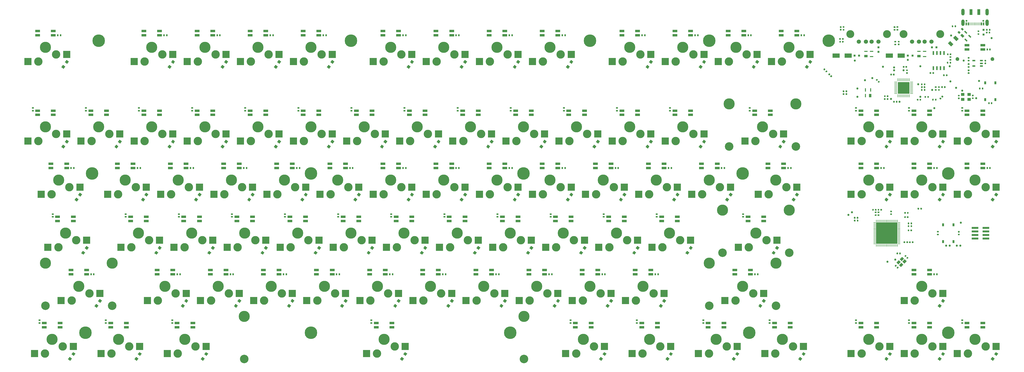
<source format=gbs>
G04 #@! TF.GenerationSoftware,KiCad,Pcbnew,5.1.10-88a1d61d58~90~ubuntu21.04.1*
G04 #@! TF.CreationDate,2021-09-24T17:47:48+02:00*
G04 #@! TF.ProjectId,Keyboard_80_with_USB_HUB_V3,4b657962-6f61-4726-945f-3830255f7769,rev?*
G04 #@! TF.SameCoordinates,Original*
G04 #@! TF.FileFunction,Soldermask,Bot*
G04 #@! TF.FilePolarity,Negative*
%FSLAX46Y46*%
G04 Gerber Fmt 4.6, Leading zero omitted, Abs format (unit mm)*
G04 Created by KiCad (PCBNEW 5.1.10-88a1d61d58~90~ubuntu21.04.1) date 2021-09-24 17:47:48*
%MOMM*%
%LPD*%
G01*
G04 APERTURE LIST*
%ADD10C,0.152400*%
%ADD11C,3.987800*%
%ADD12C,3.048000*%
%ADD13C,0.100000*%
%ADD14C,3.000000*%
%ADD15R,2.550000X2.500000*%
%ADD16R,7.600000X7.600000*%
%ADD17R,0.249200X0.854800*%
%ADD18R,0.854800X0.249200*%
%ADD19R,0.600000X0.700000*%
%ADD20R,0.700000X0.600000*%
%ADD21R,0.700000X1.000000*%
%ADD22R,3.860800X3.860800*%
%ADD23R,0.254000X1.066800*%
%ADD24R,1.066800X0.254000*%
%ADD25R,1.800000X0.820000*%
%ADD26R,1.003300X0.508000*%
%ADD27R,0.800000X0.655600*%
%ADD28R,0.655600X0.800000*%
%ADD29R,1.168400X0.431800*%
%ADD30R,1.168400X0.838200*%
%ADD31R,0.431800X1.168400*%
%ADD32R,0.838200X1.168400*%
%ADD33R,1.300000X1.100000*%
%ADD34R,2.641600X1.600200*%
%ADD35R,0.533400X1.460500*%
%ADD36C,4.500000*%
%ADD37C,2.819400*%
%ADD38C,1.498600*%
%ADD39O,1.200000X2.400000*%
%ADD40O,1.158000X2.316000*%
%ADD41C,0.630000*%
%ADD42R,1.000000X2.000000*%
%ADD43R,0.270000X1.000000*%
%ADD44R,0.520000X1.000000*%
%ADD45R,2.400000X0.740000*%
%ADD46C,0.750000*%
G04 APERTURE END LIST*
D10*
X305006100Y-16493900D02*
X308993900Y-16493900D01*
X308993900Y-16493900D02*
X308993900Y-15881100D01*
X308993900Y-15881100D02*
X305006100Y-15881100D01*
X305006100Y-15881100D02*
X305006100Y-16493900D01*
X305006100Y-15481100D02*
X308993900Y-15481100D01*
X308993900Y-15481100D02*
X308993900Y-15093700D01*
X308993900Y-15093700D02*
X305006100Y-15093700D01*
X305006100Y-15093700D02*
X305006100Y-15481100D01*
X305006100Y-14693700D02*
X308993900Y-14693700D01*
X308993900Y-14693700D02*
X308993900Y-14306300D01*
X308993900Y-14306300D02*
X305006100Y-14306300D01*
X305006100Y-14306300D02*
X305006100Y-14693700D01*
X305006100Y-13906300D02*
X308993900Y-13906300D01*
X308993900Y-13906300D02*
X308993900Y-13518900D01*
X308993900Y-13518900D02*
X305006100Y-13518900D01*
X305006100Y-13518900D02*
X305006100Y-13906300D01*
X305006100Y-13118900D02*
X308993900Y-13118900D01*
X308993900Y-13118900D02*
X308993900Y-12506100D01*
X308993900Y-12506100D02*
X305006100Y-12506100D01*
X305006100Y-12506100D02*
X305006100Y-13118900D01*
X305006100Y-16493900D02*
X305618900Y-16493900D01*
X305618900Y-16493900D02*
X305618900Y-12506100D01*
X305618900Y-12506100D02*
X305006100Y-12506100D01*
X305006100Y-12506100D02*
X305006100Y-16493900D01*
X306406300Y-16493900D02*
X306018900Y-16493900D01*
X306018900Y-16493900D02*
X306018900Y-12506100D01*
X306018900Y-12506100D02*
X306406300Y-12506100D01*
X306406300Y-12506100D02*
X306406300Y-16493900D01*
X307193700Y-16493900D02*
X306806300Y-16493900D01*
X306806300Y-16493900D02*
X306806300Y-12506100D01*
X306806300Y-12506100D02*
X307193700Y-12506100D01*
X307193700Y-12506100D02*
X307193700Y-16493900D01*
X307981100Y-16493900D02*
X307593700Y-16493900D01*
X307593700Y-16493900D02*
X307593700Y-12506100D01*
X307593700Y-12506100D02*
X307981100Y-12506100D01*
X307981100Y-12506100D02*
X307981100Y-16493900D01*
X308381100Y-16493900D02*
X308993900Y-16493900D01*
X308993900Y-16493900D02*
X308993900Y-12506100D01*
X308993900Y-12506100D02*
X308381100Y-12506100D01*
X308381100Y-12506100D02*
X308381100Y-16493900D01*
D11*
X171125000Y-96245000D03*
D12*
X171125000Y-111485000D03*
X71125000Y-111485000D03*
D11*
X71125000Y-96245000D03*
D13*
G36*
X338845375Y-3557035D02*
G01*
X338907937Y-3569480D01*
X338968978Y-3587996D01*
X339027911Y-3612407D01*
X339084167Y-3642476D01*
X339137205Y-3677915D01*
X339186513Y-3718382D01*
X339231618Y-3763487D01*
X339272085Y-3812795D01*
X339307524Y-3865833D01*
X339337593Y-3922089D01*
X339362004Y-3981022D01*
X339380520Y-4042063D01*
X339392965Y-4104625D01*
X339399217Y-4168106D01*
X339399217Y-4231894D01*
X339392965Y-4295375D01*
X339380520Y-4357937D01*
X339362004Y-4418978D01*
X339337593Y-4477911D01*
X339307524Y-4534167D01*
X339272085Y-4587205D01*
X339231618Y-4636513D01*
X339186513Y-4681618D01*
X339137205Y-4722085D01*
X339084167Y-4757524D01*
X339027911Y-4787593D01*
X338968978Y-4812004D01*
X338907937Y-4830520D01*
X338845375Y-4842965D01*
X338781894Y-4849217D01*
X338718106Y-4849217D01*
X338654625Y-4842965D01*
X338592063Y-4830520D01*
X338531022Y-4812004D01*
X338472089Y-4787593D01*
X338415833Y-4757524D01*
X338362795Y-4722085D01*
X338313487Y-4681618D01*
X338268382Y-4636513D01*
X338227915Y-4587205D01*
X338192476Y-4534167D01*
X338162407Y-4477911D01*
X338137996Y-4418978D01*
X338119480Y-4357937D01*
X338107035Y-4295375D01*
X338100783Y-4231894D01*
X338100783Y-4168106D01*
X338107035Y-4104625D01*
X338119480Y-4042063D01*
X338137996Y-3981022D01*
X338162407Y-3922089D01*
X338192476Y-3865833D01*
X338227915Y-3812795D01*
X338268382Y-3763487D01*
X338313487Y-3718382D01*
X338362795Y-3677915D01*
X338415833Y-3642476D01*
X338472089Y-3612407D01*
X338531022Y-3587996D01*
X338592063Y-3569480D01*
X338654625Y-3557035D01*
X338718106Y-3550783D01*
X338781894Y-3550783D01*
X338845375Y-3557035D01*
G37*
G36*
X326345375Y-3557035D02*
G01*
X326407937Y-3569480D01*
X326468978Y-3587996D01*
X326527911Y-3612407D01*
X326584167Y-3642476D01*
X326637205Y-3677915D01*
X326686513Y-3718382D01*
X326731618Y-3763487D01*
X326772085Y-3812795D01*
X326807524Y-3865833D01*
X326837593Y-3922089D01*
X326862004Y-3981022D01*
X326880520Y-4042063D01*
X326892965Y-4104625D01*
X326899217Y-4168106D01*
X326899217Y-4231894D01*
X326892965Y-4295375D01*
X326880520Y-4357937D01*
X326862004Y-4418978D01*
X326837593Y-4477911D01*
X326807524Y-4534167D01*
X326772085Y-4587205D01*
X326731618Y-4636513D01*
X326686513Y-4681618D01*
X326637205Y-4722085D01*
X326584167Y-4757524D01*
X326527911Y-4787593D01*
X326468978Y-4812004D01*
X326407937Y-4830520D01*
X326345375Y-4842965D01*
X326281894Y-4849217D01*
X326218106Y-4849217D01*
X326154625Y-4842965D01*
X326092063Y-4830520D01*
X326031022Y-4812004D01*
X325972089Y-4787593D01*
X325915833Y-4757524D01*
X325862795Y-4722085D01*
X325813487Y-4681618D01*
X325768382Y-4636513D01*
X325727915Y-4587205D01*
X325692476Y-4534167D01*
X325662407Y-4477911D01*
X325637996Y-4418978D01*
X325619480Y-4357937D01*
X325607035Y-4295375D01*
X325600783Y-4231894D01*
X325600783Y-4168106D01*
X325607035Y-4104625D01*
X325619480Y-4042063D01*
X325637996Y-3981022D01*
X325662407Y-3922089D01*
X325692476Y-3865833D01*
X325727915Y-3812795D01*
X325768382Y-3763487D01*
X325813487Y-3718382D01*
X325862795Y-3677915D01*
X325915833Y-3642476D01*
X325972089Y-3612407D01*
X326031022Y-3587996D01*
X326092063Y-3569480D01*
X326154625Y-3557035D01*
X326218106Y-3550783D01*
X326281894Y-3550783D01*
X326345375Y-3557035D01*
G37*
D14*
X-2540000Y-5080000D03*
X3810000Y-2540000D03*
D11*
X0Y0D03*
D15*
X7560000Y-2540000D03*
X-6290000Y-5080000D03*
D14*
X35460000Y-5080000D03*
X41810000Y-2540000D03*
D11*
X38000000Y0D03*
D15*
X45560000Y-2540000D03*
X31710000Y-5080000D03*
D14*
X54460000Y-5080000D03*
X60810000Y-2540000D03*
D11*
X57000000Y0D03*
D15*
X64560000Y-2540000D03*
X50710000Y-5080000D03*
D14*
X73460000Y-5080000D03*
X79810000Y-2540000D03*
D11*
X76000000Y0D03*
D15*
X83560000Y-2540000D03*
X69710000Y-5080000D03*
D14*
X92460000Y-5080000D03*
X98810000Y-2540000D03*
D11*
X95000000Y0D03*
D15*
X102560000Y-2540000D03*
X88710000Y-5080000D03*
D14*
X120960000Y-5080000D03*
X127310000Y-2540000D03*
D11*
X123500000Y0D03*
D15*
X131060000Y-2540000D03*
X117210000Y-5080000D03*
D14*
X139960000Y-5080000D03*
X146310000Y-2540000D03*
D11*
X142500000Y0D03*
D15*
X150060000Y-2540000D03*
X136210000Y-5080000D03*
D14*
X158960000Y-5080000D03*
X165310000Y-2540000D03*
D11*
X161500000Y0D03*
D15*
X169060000Y-2540000D03*
X155210000Y-5080000D03*
D14*
X177960000Y-5080000D03*
X184310000Y-2540000D03*
D11*
X180500000Y0D03*
D15*
X188060000Y-2540000D03*
X174210000Y-5080000D03*
D14*
X206460000Y-5080000D03*
X212810000Y-2540000D03*
D11*
X209000000Y0D03*
D15*
X216560000Y-2540000D03*
X202710000Y-5080000D03*
D14*
X225460000Y-5080000D03*
X231810000Y-2540000D03*
D11*
X228000000Y0D03*
D15*
X235560000Y-2540000D03*
X221710000Y-5080000D03*
D14*
X244460000Y-5080000D03*
X250810000Y-2540000D03*
D11*
X247000000Y0D03*
D15*
X254560000Y-2540000D03*
X240710000Y-5080000D03*
D14*
X263460000Y-5080000D03*
X269810000Y-2540000D03*
D11*
X266000000Y0D03*
D15*
X273560000Y-2540000D03*
X259710000Y-5080000D03*
D14*
X-2540000Y-33580000D03*
X3810000Y-31040000D03*
D11*
X0Y-28500000D03*
D15*
X7560000Y-31040000D03*
X-6290000Y-33580000D03*
D14*
X16460000Y-33580000D03*
X22810000Y-31040000D03*
D11*
X19000000Y-28500000D03*
D15*
X26560000Y-31040000D03*
X12710000Y-33580000D03*
D14*
X35460000Y-33580000D03*
X41810000Y-31040000D03*
D11*
X38000000Y-28500000D03*
D15*
X45560000Y-31040000D03*
X31710000Y-33580000D03*
D14*
X54460000Y-33580000D03*
X60810000Y-31040000D03*
D11*
X57000000Y-28500000D03*
D15*
X64560000Y-31040000D03*
X50710000Y-33580000D03*
D14*
X73460000Y-33580000D03*
X79810000Y-31040000D03*
D11*
X76000000Y-28500000D03*
D15*
X83560000Y-31040000D03*
X69710000Y-33580000D03*
D14*
X92460000Y-33580000D03*
X98810000Y-31040000D03*
D11*
X95000000Y-28500000D03*
D15*
X102560000Y-31040000D03*
X88710000Y-33580000D03*
D14*
X111460000Y-33580000D03*
X117810000Y-31040000D03*
D11*
X114000000Y-28500000D03*
D15*
X121560000Y-31040000D03*
X107710000Y-33580000D03*
D14*
X130460000Y-33580000D03*
X136810000Y-31040000D03*
D11*
X133000000Y-28500000D03*
D15*
X140560000Y-31040000D03*
X126710000Y-33580000D03*
D14*
X149460000Y-33580000D03*
X155810000Y-31040000D03*
D11*
X152000000Y-28500000D03*
D15*
X159560000Y-31040000D03*
X145710000Y-33580000D03*
D14*
X168460000Y-33580000D03*
X174810000Y-31040000D03*
D11*
X171000000Y-28500000D03*
D15*
X178560000Y-31040000D03*
X164710000Y-33580000D03*
D14*
X187460000Y-33580000D03*
X193810000Y-31040000D03*
D11*
X190000000Y-28500000D03*
D15*
X197560000Y-31040000D03*
X183710000Y-33580000D03*
D14*
X206460000Y-33580000D03*
X212810000Y-31040000D03*
D11*
X209000000Y-28500000D03*
D15*
X216560000Y-31040000D03*
X202710000Y-33580000D03*
D14*
X225460000Y-33580000D03*
X231810000Y-31040000D03*
D11*
X228000000Y-28500000D03*
D15*
X235560000Y-31040000D03*
X221710000Y-33580000D03*
D14*
X291960000Y-33580000D03*
X298310000Y-31040000D03*
D11*
X294500000Y-28500000D03*
D15*
X302060000Y-31040000D03*
X288210000Y-33580000D03*
D14*
X310960000Y-33580000D03*
X317310000Y-31040000D03*
D11*
X313500000Y-28500000D03*
D15*
X321060000Y-31040000D03*
X307210000Y-33580000D03*
D14*
X329960000Y-33580000D03*
X336310000Y-31040000D03*
D11*
X332500000Y-28500000D03*
D15*
X340060000Y-31040000D03*
X326210000Y-33580000D03*
D14*
X25960000Y-52580000D03*
X32310000Y-50040000D03*
D11*
X28500000Y-47500000D03*
D15*
X36060000Y-50040000D03*
X22210000Y-52580000D03*
D14*
X44960000Y-52580000D03*
X51310000Y-50040000D03*
D11*
X47500000Y-47500000D03*
D15*
X55060000Y-50040000D03*
X41210000Y-52580000D03*
D14*
X63960000Y-52580000D03*
X70310000Y-50040000D03*
D11*
X66500000Y-47500000D03*
D15*
X74060000Y-50040000D03*
X60210000Y-52580000D03*
D14*
X82960000Y-52580000D03*
X89310000Y-50040000D03*
D11*
X85500000Y-47500000D03*
D15*
X93060000Y-50040000D03*
X79210000Y-52580000D03*
D14*
X101960000Y-52580000D03*
X108310000Y-50040000D03*
D11*
X104500000Y-47500000D03*
D15*
X112060000Y-50040000D03*
X98210000Y-52580000D03*
D14*
X120960000Y-52580000D03*
X127310000Y-50040000D03*
D11*
X123500000Y-47500000D03*
D15*
X131060000Y-50040000D03*
X117210000Y-52580000D03*
D14*
X139960000Y-52580000D03*
X146310000Y-50040000D03*
D11*
X142500000Y-47500000D03*
D15*
X150060000Y-50040000D03*
X136210000Y-52580000D03*
D14*
X158960000Y-52580000D03*
X165310000Y-50040000D03*
D11*
X161500000Y-47500000D03*
D15*
X169060000Y-50040000D03*
X155210000Y-52580000D03*
D14*
X177960000Y-52580000D03*
X184310000Y-50040000D03*
D11*
X180500000Y-47500000D03*
D15*
X188060000Y-50040000D03*
X174210000Y-52580000D03*
D14*
X196960000Y-52580000D03*
X203310000Y-50040000D03*
D11*
X199500000Y-47500000D03*
D15*
X207060000Y-50040000D03*
X193210000Y-52580000D03*
D14*
X215960000Y-52580000D03*
X222310000Y-50040000D03*
D11*
X218500000Y-47500000D03*
D15*
X226060000Y-50040000D03*
X212210000Y-52580000D03*
D14*
X291960000Y-52580000D03*
X298310000Y-50040000D03*
D11*
X294500000Y-47500000D03*
D15*
X302060000Y-50040000D03*
X288210000Y-52580000D03*
D14*
X310960000Y-52580000D03*
X317310000Y-50040000D03*
D11*
X313500000Y-47500000D03*
D15*
X321060000Y-50040000D03*
X307210000Y-52580000D03*
D14*
X329960000Y-52580000D03*
X336310000Y-50040000D03*
D11*
X332500000Y-47500000D03*
D15*
X340060000Y-50040000D03*
X326210000Y-52580000D03*
D14*
X30710000Y-71580000D03*
X37060000Y-69040000D03*
D11*
X33250000Y-66500000D03*
D15*
X40810000Y-69040000D03*
X26960000Y-71580000D03*
D14*
X49710000Y-71580000D03*
X56060000Y-69040000D03*
D11*
X52250000Y-66500000D03*
D15*
X59810000Y-69040000D03*
X45960000Y-71580000D03*
D14*
X68710000Y-71580000D03*
X75060000Y-69040000D03*
D11*
X71250000Y-66500000D03*
D15*
X78810000Y-69040000D03*
X64960000Y-71580000D03*
D14*
X87710000Y-71580000D03*
X94060000Y-69040000D03*
D11*
X90250000Y-66500000D03*
D15*
X97810000Y-69040000D03*
X83960000Y-71580000D03*
D14*
X106710000Y-71580000D03*
X113060000Y-69040000D03*
D11*
X109250000Y-66500000D03*
D15*
X116810000Y-69040000D03*
X102960000Y-71580000D03*
D14*
X125710000Y-71580000D03*
X132060000Y-69040000D03*
D11*
X128250000Y-66500000D03*
D15*
X135810000Y-69040000D03*
X121960000Y-71580000D03*
D14*
X144710000Y-71580000D03*
X151060000Y-69040000D03*
D11*
X147250000Y-66500000D03*
D15*
X154810000Y-69040000D03*
X140960000Y-71580000D03*
D14*
X163710000Y-71580000D03*
X170060000Y-69040000D03*
D11*
X166250000Y-66500000D03*
D15*
X173810000Y-69040000D03*
X159960000Y-71580000D03*
D14*
X182710000Y-71580000D03*
X189060000Y-69040000D03*
D11*
X185250000Y-66500000D03*
D15*
X192810000Y-69040000D03*
X178960000Y-71580000D03*
D14*
X201710000Y-71580000D03*
X208060000Y-69040000D03*
D11*
X204250000Y-66500000D03*
D15*
X211810000Y-69040000D03*
X197960000Y-71580000D03*
D14*
X220710000Y-71580000D03*
X227060000Y-69040000D03*
D11*
X223250000Y-66500000D03*
D15*
X230810000Y-69040000D03*
X216960000Y-71580000D03*
D14*
X40210000Y-90580000D03*
X46560000Y-88040000D03*
D11*
X42750000Y-85500000D03*
D15*
X50310000Y-88040000D03*
X36460000Y-90580000D03*
D14*
X59210000Y-90580000D03*
X65560000Y-88040000D03*
D11*
X61750000Y-85500000D03*
D15*
X69310000Y-88040000D03*
X55460000Y-90580000D03*
D14*
X78210000Y-90580000D03*
X84560000Y-88040000D03*
D11*
X80750000Y-85500000D03*
D15*
X88310000Y-88040000D03*
X74460000Y-90580000D03*
D14*
X97210000Y-90580000D03*
X103560000Y-88040000D03*
D11*
X99750000Y-85500000D03*
D15*
X107310000Y-88040000D03*
X93460000Y-90580000D03*
D14*
X116210000Y-90580000D03*
X122560000Y-88040000D03*
D11*
X118750000Y-85500000D03*
D15*
X126310000Y-88040000D03*
X112460000Y-90580000D03*
D14*
X135210000Y-90580000D03*
X141560000Y-88040000D03*
D11*
X137750000Y-85500000D03*
D15*
X145310000Y-88040000D03*
X131460000Y-90580000D03*
D14*
X154210000Y-90580000D03*
X160560000Y-88040000D03*
D11*
X156750000Y-85500000D03*
D15*
X164310000Y-88040000D03*
X150460000Y-90580000D03*
D14*
X173210000Y-90580000D03*
X179560000Y-88040000D03*
D11*
X175750000Y-85500000D03*
D15*
X183310000Y-88040000D03*
X169460000Y-90580000D03*
D14*
X192210000Y-90580000D03*
X198560000Y-88040000D03*
D11*
X194750000Y-85500000D03*
D15*
X202310000Y-88040000D03*
X188460000Y-90580000D03*
D14*
X211210000Y-90580000D03*
X217560000Y-88040000D03*
D11*
X213750000Y-85500000D03*
D15*
X221310000Y-88040000D03*
X207460000Y-90580000D03*
D14*
X310960000Y-90580000D03*
X317310000Y-88040000D03*
D11*
X313500000Y-85500000D03*
D15*
X321060000Y-88040000D03*
X307210000Y-90580000D03*
D14*
X291960000Y-109580000D03*
X298310000Y-107040000D03*
D11*
X294500000Y-104500000D03*
D15*
X302060000Y-107040000D03*
X288210000Y-109580000D03*
D14*
X310960000Y-109580000D03*
X317310000Y-107040000D03*
D11*
X313500000Y-104500000D03*
D15*
X321060000Y-107040000D03*
X307210000Y-109580000D03*
D14*
X329960000Y-109580000D03*
X336310000Y-107040000D03*
D11*
X332500000Y-104500000D03*
D15*
X340060000Y-107040000D03*
X326210000Y-109580000D03*
D14*
X253960000Y-33580000D03*
X260310000Y-31040000D03*
D11*
X256500000Y-28500000D03*
D15*
X264060000Y-31040000D03*
X250210000Y-33580000D03*
D14*
X234960000Y-52580000D03*
X241310000Y-50040000D03*
D11*
X237500000Y-47500000D03*
D15*
X245060000Y-50040000D03*
X231210000Y-52580000D03*
D14*
X2210000Y-52580000D03*
X8560000Y-50040000D03*
D11*
X4750000Y-47500000D03*
D15*
X12310000Y-50040000D03*
X-1540000Y-52580000D03*
D14*
X4585000Y-71580000D03*
X10935000Y-69040000D03*
D11*
X7125000Y-66500000D03*
D15*
X14685000Y-69040000D03*
X835000Y-71580000D03*
D14*
X251585000Y-71580000D03*
X257935000Y-69040000D03*
D11*
X254125000Y-66500000D03*
D15*
X261685000Y-69040000D03*
X247835000Y-71580000D03*
D14*
X9335000Y-90580000D03*
X15685000Y-88040000D03*
D11*
X11875000Y-85500000D03*
D15*
X19435000Y-88040000D03*
X5585000Y-90580000D03*
D14*
X246835000Y-90580000D03*
X253185000Y-88040000D03*
D11*
X249375000Y-85500000D03*
D15*
X256935000Y-88040000D03*
X243085000Y-90580000D03*
D14*
X-165000Y-109580000D03*
X6185000Y-107040000D03*
D11*
X2375000Y-104500000D03*
D15*
X9935000Y-107040000D03*
X-3915000Y-109580000D03*
D14*
X23585000Y-109580000D03*
X29935000Y-107040000D03*
D11*
X26125000Y-104500000D03*
D15*
X33685000Y-107040000D03*
X19835000Y-109580000D03*
D14*
X47335000Y-109580000D03*
X53685000Y-107040000D03*
D11*
X49875000Y-104500000D03*
D15*
X57435000Y-107040000D03*
X43585000Y-109580000D03*
D14*
X118585000Y-109580000D03*
X124935000Y-107040000D03*
D11*
X121125000Y-104500000D03*
D15*
X128685000Y-107040000D03*
X114835000Y-109580000D03*
D14*
X189835000Y-109580000D03*
X196185000Y-107040000D03*
D11*
X192375000Y-104500000D03*
D15*
X199935000Y-107040000D03*
X186085000Y-109580000D03*
D14*
X213585000Y-109580000D03*
X219935000Y-107040000D03*
D11*
X216125000Y-104500000D03*
D15*
X223685000Y-107040000D03*
X209835000Y-109580000D03*
D14*
X237335000Y-109580000D03*
X243685000Y-107040000D03*
D11*
X239875000Y-104500000D03*
D15*
X247435000Y-107040000D03*
X233585000Y-109580000D03*
D14*
X261085000Y-109580000D03*
X267435000Y-107040000D03*
D11*
X263625000Y-104500000D03*
D15*
X271185000Y-107040000D03*
X257335000Y-109580000D03*
D14*
X258710000Y-52580000D03*
X265060000Y-50040000D03*
D11*
X261250000Y-47500000D03*
D15*
X268810000Y-50040000D03*
X254960000Y-52580000D03*
D16*
X301000000Y-66500000D03*
D17*
X304750000Y-62122600D03*
X304250001Y-62122600D03*
X303750000Y-62122600D03*
X303250001Y-62122600D03*
X302749999Y-62122600D03*
X302250000Y-62122600D03*
X301750001Y-62122600D03*
X301250000Y-62122600D03*
X300750000Y-62122600D03*
X300249999Y-62122600D03*
X299750000Y-62122600D03*
X299250001Y-62122600D03*
X298749999Y-62122600D03*
X298250000Y-62122600D03*
X297749999Y-62122600D03*
X297250000Y-62122600D03*
D18*
X296622600Y-62750000D03*
X296622600Y-63249999D03*
X296622600Y-63750000D03*
X296622600Y-64249999D03*
X296622600Y-64750001D03*
X296622600Y-65250000D03*
X296622600Y-65749999D03*
X296622600Y-66250000D03*
X296622600Y-66750000D03*
X296622600Y-67250001D03*
X296622600Y-67750000D03*
X296622600Y-68249999D03*
X296622600Y-68750001D03*
X296622600Y-69250000D03*
X296622600Y-69750001D03*
X296622600Y-70250000D03*
D17*
X297250000Y-70877400D03*
X297749999Y-70877400D03*
X298250000Y-70877400D03*
X298749999Y-70877400D03*
X299250001Y-70877400D03*
X299750000Y-70877400D03*
X300249999Y-70877400D03*
X300750000Y-70877400D03*
X301250000Y-70877400D03*
X301750001Y-70877400D03*
X302250000Y-70877400D03*
X302749999Y-70877400D03*
X303250001Y-70877400D03*
X303750000Y-70877400D03*
X304250001Y-70877400D03*
X304750000Y-70877400D03*
D18*
X305377400Y-70250000D03*
X305377400Y-69750001D03*
X305377400Y-69250000D03*
X305377400Y-68750001D03*
X305377400Y-68249999D03*
X305377400Y-67750000D03*
X305377400Y-67250001D03*
X305377400Y-66750000D03*
X305377400Y-66250000D03*
X305377400Y-65749999D03*
X305377400Y-65250000D03*
X305377400Y-64750001D03*
X305377400Y-64249999D03*
X305377400Y-63750000D03*
X305377400Y-63249999D03*
X305377400Y-62750000D03*
D19*
X17275000Y-81170000D03*
X16275000Y-81170000D03*
X48150000Y-81170000D03*
X47150000Y-81170000D03*
X67150000Y-81170000D03*
X66150000Y-81170000D03*
X86150000Y-81170000D03*
X85150000Y-81170000D03*
X105150000Y-81170000D03*
X104150000Y-81170000D03*
X124150000Y-81170000D03*
X123150000Y-81170000D03*
X143150000Y-81170000D03*
X142150000Y-81170000D03*
X162150000Y-81170000D03*
X161150000Y-81170000D03*
X181150000Y-81170000D03*
X180150000Y-81170000D03*
X200150000Y-81170000D03*
X199150000Y-81170000D03*
X219150000Y-81170000D03*
X218150000Y-81170000D03*
X254775000Y-81170000D03*
X253775000Y-81170000D03*
X318900000Y-81170000D03*
X317900000Y-81170000D03*
X10150000Y-43170000D03*
X9150000Y-43170000D03*
X33900000Y-43170000D03*
X32900000Y-43170000D03*
X52900000Y-43170000D03*
X51900000Y-43170000D03*
X71900000Y-43170000D03*
X70900000Y-43170000D03*
X90900000Y-43170000D03*
X89900000Y-43170000D03*
X109900000Y-43170000D03*
X108900000Y-43170000D03*
X128900000Y-43170000D03*
X127900000Y-43170000D03*
X147900000Y-43170000D03*
X146900000Y-43170000D03*
X166900000Y-43170000D03*
X165900000Y-43170000D03*
X185900000Y-43170000D03*
X184900000Y-43170000D03*
X204900000Y-43170000D03*
X203900000Y-43170000D03*
X223900000Y-43170000D03*
X222900000Y-43170000D03*
X242900000Y-43170000D03*
X241900000Y-43170000D03*
X266650000Y-43170000D03*
X265650000Y-43170000D03*
X299900000Y-43170000D03*
X298900000Y-43170000D03*
X318900000Y-43170000D03*
X317900000Y-43170000D03*
X337900000Y-43170000D03*
X336900000Y-43170000D03*
X5400000Y4330000D03*
X4400000Y4330000D03*
X43400000Y4330000D03*
X42400000Y4330000D03*
X62400000Y4330000D03*
X61400000Y4330000D03*
X81400000Y4330000D03*
X80400000Y4330000D03*
X100400000Y4330000D03*
X99400000Y4330000D03*
X128900000Y4330000D03*
X127900000Y4330000D03*
X147900000Y4330000D03*
X146900000Y4330000D03*
X166900000Y4330000D03*
X165900000Y4330000D03*
X185900000Y4330000D03*
X184900000Y4330000D03*
X214400000Y4330000D03*
X213400000Y4330000D03*
X233400000Y4330000D03*
X232400000Y4330000D03*
X252400000Y4330000D03*
X251400000Y4330000D03*
X271400000Y4330000D03*
X270400000Y4330000D03*
X337900000Y-750000D03*
X336900000Y-750000D03*
D20*
X-4560000Y-21670000D03*
X-4560000Y-22670000D03*
X14440000Y-21670000D03*
X14440000Y-22670000D03*
X33440000Y-21670000D03*
X33440000Y-22670000D03*
X52440000Y-21670000D03*
X52440000Y-22670000D03*
X71440000Y-21670000D03*
X71440000Y-22670000D03*
X90440000Y-21670000D03*
X90440000Y-22670000D03*
X109440000Y-21670000D03*
X109440000Y-22670000D03*
X128440000Y-21670000D03*
X128440000Y-22670000D03*
X147440000Y-21670000D03*
X147440000Y-22670000D03*
X166440000Y-21670000D03*
X166440000Y-22670000D03*
X185440000Y-21670000D03*
X185440000Y-22670000D03*
X204440000Y-21670000D03*
X204440000Y-22670000D03*
X223440000Y-21670000D03*
X223440000Y-22670000D03*
X251940000Y-21670000D03*
X251940000Y-22670000D03*
X289940000Y-21670000D03*
X289940000Y-22670000D03*
X308940000Y-21670000D03*
X308940000Y-22670000D03*
X327940000Y-21670000D03*
X327940000Y-22670000D03*
X2565000Y-59670000D03*
X2565000Y-60670000D03*
X28690000Y-59670000D03*
X28690000Y-60670000D03*
X47690000Y-59670000D03*
X47690000Y-60670000D03*
X66690000Y-59670000D03*
X66690000Y-60670000D03*
X85690000Y-59670000D03*
X85690000Y-60670000D03*
X104690000Y-59670000D03*
X104690000Y-60670000D03*
X123690000Y-59670000D03*
X123690000Y-60670000D03*
X142690000Y-59670000D03*
X142690000Y-60670000D03*
X161690000Y-59670000D03*
X161690000Y-60670000D03*
X180690000Y-59670000D03*
X180690000Y-60670000D03*
X199690000Y-59670000D03*
X199690000Y-60670000D03*
X218690000Y-59670000D03*
X218690000Y-60670000D03*
X249565000Y-59670000D03*
X249565000Y-60670000D03*
X-2185000Y-97670000D03*
X-2185000Y-98670000D03*
X21565000Y-97670000D03*
X21565000Y-98670000D03*
X45315000Y-97670000D03*
X45315000Y-98670000D03*
X116565000Y-97670000D03*
X116565000Y-98670000D03*
X187815000Y-97670000D03*
X187815000Y-98670000D03*
X211565000Y-97670000D03*
X211565000Y-98670000D03*
X235315000Y-97670000D03*
X235315000Y-98670000D03*
X259065000Y-97670000D03*
X259065000Y-98670000D03*
X289940000Y-97670000D03*
X289940000Y-98670000D03*
X308940000Y-97670000D03*
X308940000Y-98670000D03*
X327940000Y-97670000D03*
X327940000Y-98670000D03*
D21*
X339850000Y-18750000D03*
X339850000Y-12750000D03*
X336150000Y-18750000D03*
X336150000Y-12750000D03*
X324850000Y-69500000D03*
X324850000Y-63500000D03*
X321150000Y-69500000D03*
X321150000Y-63500000D03*
D22*
X307000000Y-14500000D03*
D23*
X304968000Y-17344800D03*
X305476000Y-17344800D03*
X305984000Y-17344800D03*
X306492000Y-17344800D03*
X307000000Y-17344800D03*
X307508000Y-17344800D03*
X308016000Y-17344800D03*
X308524000Y-17344800D03*
X309032000Y-17344800D03*
D24*
X309844800Y-16532000D03*
X309844800Y-16024000D03*
X309844800Y-15516000D03*
X309844800Y-15008000D03*
X309844800Y-14500000D03*
X309844800Y-13992000D03*
X309844800Y-13484000D03*
X309844800Y-12976000D03*
X309844800Y-12468000D03*
D23*
X309032000Y-11655200D03*
X308524000Y-11655200D03*
X308016000Y-11655200D03*
X307508000Y-11655200D03*
X307000000Y-11655200D03*
X306492000Y-11655200D03*
X305984000Y-11655200D03*
X305476000Y-11655200D03*
X304968000Y-11655200D03*
D24*
X304155200Y-12468000D03*
X304155200Y-12976000D03*
X304155200Y-13484000D03*
X304155200Y-13992000D03*
X304155200Y-14500000D03*
X304155200Y-15008000D03*
X304155200Y-15516000D03*
X304155200Y-16024000D03*
X304155200Y-16532000D03*
D25*
X335300000Y-22670000D03*
X335300000Y-24170000D03*
X329700000Y-24170000D03*
X329700000Y-22670000D03*
X2800000Y-22670000D03*
X2800000Y-24170000D03*
X-2800000Y-24170000D03*
X-2800000Y-22670000D03*
X21800000Y-22670000D03*
X21800000Y-24170000D03*
X16200000Y-24170000D03*
X16200000Y-22670000D03*
X40800000Y-22670000D03*
X40800000Y-24170000D03*
X35200000Y-24170000D03*
X35200000Y-22670000D03*
X59800000Y-22670000D03*
X59800000Y-24170000D03*
X54200000Y-24170000D03*
X54200000Y-22670000D03*
X78800000Y-22670000D03*
X78800000Y-24170000D03*
X73200000Y-24170000D03*
X73200000Y-22670000D03*
X97800000Y-22670000D03*
X97800000Y-24170000D03*
X92200000Y-24170000D03*
X92200000Y-22670000D03*
X116800000Y-22670000D03*
X116800000Y-24170000D03*
X111200000Y-24170000D03*
X111200000Y-22670000D03*
X135800000Y-22670000D03*
X135800000Y-24170000D03*
X130200000Y-24170000D03*
X130200000Y-22670000D03*
X154800000Y-22670000D03*
X154800000Y-24170000D03*
X149200000Y-24170000D03*
X149200000Y-22670000D03*
X173800000Y-22670000D03*
X173800000Y-24170000D03*
X168200000Y-24170000D03*
X168200000Y-22670000D03*
X192800000Y-22670000D03*
X192800000Y-24170000D03*
X187200000Y-24170000D03*
X187200000Y-22670000D03*
X211800000Y-22670000D03*
X211800000Y-24170000D03*
X206200000Y-24170000D03*
X206200000Y-22670000D03*
X230800000Y-22670000D03*
X230800000Y-24170000D03*
X225200000Y-24170000D03*
X225200000Y-22670000D03*
X259300000Y-22670000D03*
X259300000Y-24170000D03*
X253700000Y-24170000D03*
X253700000Y-22670000D03*
X297300000Y-22670000D03*
X297300000Y-24170000D03*
X291700000Y-24170000D03*
X291700000Y-22670000D03*
X316300000Y-22670000D03*
X316300000Y-24170000D03*
X310700000Y-24170000D03*
X310700000Y-22670000D03*
X9925000Y-60670000D03*
X9925000Y-62170000D03*
X4325000Y-62170000D03*
X4325000Y-60670000D03*
X36050000Y-60670000D03*
X36050000Y-62170000D03*
X30450000Y-62170000D03*
X30450000Y-60670000D03*
X55050000Y-60670000D03*
X55050000Y-62170000D03*
X49450000Y-62170000D03*
X49450000Y-60670000D03*
X74050000Y-60670000D03*
X74050000Y-62170000D03*
X68450000Y-62170000D03*
X68450000Y-60670000D03*
X93050000Y-60670000D03*
X93050000Y-62170000D03*
X87450000Y-62170000D03*
X87450000Y-60670000D03*
X112050000Y-60670000D03*
X112050000Y-62170000D03*
X106450000Y-62170000D03*
X106450000Y-60670000D03*
X131050000Y-60670000D03*
X131050000Y-62170000D03*
X125450000Y-62170000D03*
X125450000Y-60670000D03*
X150050000Y-60670000D03*
X150050000Y-62170000D03*
X144450000Y-62170000D03*
X144450000Y-60670000D03*
X169050000Y-60670000D03*
X169050000Y-62170000D03*
X163450000Y-62170000D03*
X163450000Y-60670000D03*
X188050000Y-60670000D03*
X188050000Y-62170000D03*
X182450000Y-62170000D03*
X182450000Y-60670000D03*
X207050000Y-60670000D03*
X207050000Y-62170000D03*
X201450000Y-62170000D03*
X201450000Y-60670000D03*
X226050000Y-60670000D03*
X226050000Y-62170000D03*
X220450000Y-62170000D03*
X220450000Y-60670000D03*
X256925000Y-60670000D03*
X256925000Y-62170000D03*
X251325000Y-62170000D03*
X251325000Y-60670000D03*
X5175000Y-98670000D03*
X5175000Y-100170000D03*
X-425000Y-100170000D03*
X-425000Y-98670000D03*
X28925000Y-98670000D03*
X28925000Y-100170000D03*
X23325000Y-100170000D03*
X23325000Y-98670000D03*
X52675000Y-98670000D03*
X52675000Y-100170000D03*
X47075000Y-100170000D03*
X47075000Y-98670000D03*
X123925000Y-98670000D03*
X123925000Y-100170000D03*
X118325000Y-100170000D03*
X118325000Y-98670000D03*
X195175000Y-98670000D03*
X195175000Y-100170000D03*
X189575000Y-100170000D03*
X189575000Y-98670000D03*
X218925000Y-98670000D03*
X218925000Y-100170000D03*
X213325000Y-100170000D03*
X213325000Y-98670000D03*
X242675000Y-98670000D03*
X242675000Y-100170000D03*
X237075000Y-100170000D03*
X237075000Y-98670000D03*
X266425000Y-98670000D03*
X266425000Y-100170000D03*
X260825000Y-100170000D03*
X260825000Y-98670000D03*
X297300000Y-98670000D03*
X297300000Y-100170000D03*
X291700000Y-100170000D03*
X291700000Y-98670000D03*
X316300000Y-98670000D03*
X316300000Y-100170000D03*
X310700000Y-100170000D03*
X310700000Y-98670000D03*
X335300000Y-98670000D03*
X335300000Y-100170000D03*
X329700000Y-100170000D03*
X329700000Y-98670000D03*
X329700000Y-750000D03*
X329700000Y750000D03*
X335300000Y750000D03*
X335300000Y-750000D03*
X263200000Y4330000D03*
X263200000Y5830000D03*
X268800000Y5830000D03*
X268800000Y4330000D03*
X244200000Y4330000D03*
X244200000Y5830000D03*
X249800000Y5830000D03*
X249800000Y4330000D03*
X225200000Y4330000D03*
X225200000Y5830000D03*
X230800000Y5830000D03*
X230800000Y4330000D03*
X206200000Y4330000D03*
X206200000Y5830000D03*
X211800000Y5830000D03*
X211800000Y4330000D03*
X177700000Y4330000D03*
X177700000Y5830000D03*
X183300000Y5830000D03*
X183300000Y4330000D03*
X158700000Y4330000D03*
X158700000Y5830000D03*
X164300000Y5830000D03*
X164300000Y4330000D03*
X139700000Y4330000D03*
X139700000Y5830000D03*
X145300000Y5830000D03*
X145300000Y4330000D03*
X120700000Y4330000D03*
X120700000Y5830000D03*
X126300000Y5830000D03*
X126300000Y4330000D03*
X92200000Y4330000D03*
X92200000Y5830000D03*
X97800000Y5830000D03*
X97800000Y4330000D03*
X73200000Y4330000D03*
X73200000Y5830000D03*
X78800000Y5830000D03*
X78800000Y4330000D03*
X54200000Y4330000D03*
X54200000Y5830000D03*
X59800000Y5830000D03*
X59800000Y4330000D03*
X35200000Y4330000D03*
X35200000Y5830000D03*
X40800000Y5830000D03*
X40800000Y4330000D03*
X-2800000Y4330000D03*
X-2800000Y5830000D03*
X2800000Y5830000D03*
X2800000Y4330000D03*
X329700000Y-43170000D03*
X329700000Y-41670000D03*
X335300000Y-41670000D03*
X335300000Y-43170000D03*
X310700000Y-43170000D03*
X310700000Y-41670000D03*
X316300000Y-41670000D03*
X316300000Y-43170000D03*
X291700000Y-43170000D03*
X291700000Y-41670000D03*
X297300000Y-41670000D03*
X297300000Y-43170000D03*
X258450000Y-43170000D03*
X258450000Y-41670000D03*
X264050000Y-41670000D03*
X264050000Y-43170000D03*
X234700000Y-43170000D03*
X234700000Y-41670000D03*
X240300000Y-41670000D03*
X240300000Y-43170000D03*
X215700000Y-43170000D03*
X215700000Y-41670000D03*
X221300000Y-41670000D03*
X221300000Y-43170000D03*
X196700000Y-43170000D03*
X196700000Y-41670000D03*
X202300000Y-41670000D03*
X202300000Y-43170000D03*
X177700000Y-43170000D03*
X177700000Y-41670000D03*
X183300000Y-41670000D03*
X183300000Y-43170000D03*
X158700000Y-43170000D03*
X158700000Y-41670000D03*
X164300000Y-41670000D03*
X164300000Y-43170000D03*
X139700000Y-43170000D03*
X139700000Y-41670000D03*
X145300000Y-41670000D03*
X145300000Y-43170000D03*
X120700000Y-43170000D03*
X120700000Y-41670000D03*
X126300000Y-41670000D03*
X126300000Y-43170000D03*
X101700000Y-43170000D03*
X101700000Y-41670000D03*
X107300000Y-41670000D03*
X107300000Y-43170000D03*
X82700000Y-43170000D03*
X82700000Y-41670000D03*
X88300000Y-41670000D03*
X88300000Y-43170000D03*
X63700000Y-43170000D03*
X63700000Y-41670000D03*
X69300000Y-41670000D03*
X69300000Y-43170000D03*
X44700000Y-43170000D03*
X44700000Y-41670000D03*
X50300000Y-41670000D03*
X50300000Y-43170000D03*
X25700000Y-43170000D03*
X25700000Y-41670000D03*
X31300000Y-41670000D03*
X31300000Y-43170000D03*
X1950000Y-43170000D03*
X1950000Y-41670000D03*
X7550000Y-41670000D03*
X7550000Y-43170000D03*
X310700000Y-81170000D03*
X310700000Y-79670000D03*
X316300000Y-79670000D03*
X316300000Y-81170000D03*
X246575000Y-81170000D03*
X246575000Y-79670000D03*
X252175000Y-79670000D03*
X252175000Y-81170000D03*
X210950000Y-81170000D03*
X210950000Y-79670000D03*
X216550000Y-79670000D03*
X216550000Y-81170000D03*
X191950000Y-81170000D03*
X191950000Y-79670000D03*
X197550000Y-79670000D03*
X197550000Y-81170000D03*
X172950000Y-81170000D03*
X172950000Y-79670000D03*
X178550000Y-79670000D03*
X178550000Y-81170000D03*
X153950000Y-81170000D03*
X153950000Y-79670000D03*
X159550000Y-79670000D03*
X159550000Y-81170000D03*
X134950000Y-81170000D03*
X134950000Y-79670000D03*
X140550000Y-79670000D03*
X140550000Y-81170000D03*
X115950000Y-81170000D03*
X115950000Y-79670000D03*
X121550000Y-79670000D03*
X121550000Y-81170000D03*
X96950000Y-81170000D03*
X96950000Y-79670000D03*
X102550000Y-79670000D03*
X102550000Y-81170000D03*
X77950000Y-81170000D03*
X77950000Y-79670000D03*
X83550000Y-79670000D03*
X83550000Y-81170000D03*
X58950000Y-81170000D03*
X58950000Y-79670000D03*
X64550000Y-79670000D03*
X64550000Y-81170000D03*
X39950000Y-81170000D03*
X39950000Y-79670000D03*
X45550000Y-79670000D03*
X45550000Y-81170000D03*
X9075000Y-81170000D03*
X9075000Y-79670000D03*
X14675000Y-79670000D03*
X14675000Y-81170000D03*
G36*
G01*
X303577500Y6545000D02*
X303922500Y6545000D01*
G75*
G02*
X304070000Y6397500I0J-147500D01*
G01*
X304070000Y6102500D01*
G75*
G02*
X303922500Y5955000I-147500J0D01*
G01*
X303577500Y5955000D01*
G75*
G02*
X303430000Y6102500I0J147500D01*
G01*
X303430000Y6397500D01*
G75*
G02*
X303577500Y6545000I147500J0D01*
G01*
G37*
G36*
G01*
X303577500Y7515000D02*
X303922500Y7515000D01*
G75*
G02*
X304070000Y7367500I0J-147500D01*
G01*
X304070000Y7072500D01*
G75*
G02*
X303922500Y6925000I-147500J0D01*
G01*
X303577500Y6925000D01*
G75*
G02*
X303430000Y7072500I0J147500D01*
G01*
X303430000Y7367500D01*
G75*
G02*
X303577500Y7515000I147500J0D01*
G01*
G37*
D26*
X332147450Y-4799999D03*
X332147450Y-6700001D03*
X334852550Y-6700001D03*
X334852550Y-5750000D03*
X334852550Y-4799999D03*
D13*
G36*
X328051053Y5985368D02*
G01*
X327485368Y6551053D01*
X327948947Y7014632D01*
X328514632Y6448947D01*
X328051053Y5985368D01*
G37*
G36*
X326880367Y4814682D02*
G01*
X326314682Y5380367D01*
X326778261Y5843946D01*
X327343946Y5278261D01*
X326880367Y4814682D01*
G37*
D27*
X335600000Y6250000D03*
X335600000Y4594400D03*
D28*
X310155600Y-3000000D03*
X308500000Y-3000000D03*
X289422200Y-3000000D03*
X291077800Y-3000000D03*
D27*
X298000000Y0D03*
X298000000Y-1655600D03*
D28*
X317094400Y0D03*
X318750000Y0D03*
D13*
G36*
X323609507Y2276940D02*
G01*
X324776940Y1109507D01*
X323950757Y283324D01*
X322783324Y1450757D01*
X323609507Y2276940D01*
G37*
G36*
X325549243Y4216676D02*
G01*
X326716676Y3049243D01*
X325890493Y2223060D01*
X324723060Y3390493D01*
X325549243Y4216676D01*
G37*
G36*
X329557095Y2044071D02*
G01*
X328730912Y2870254D01*
X329036241Y3175583D01*
X329862424Y2349400D01*
X329557095Y2044071D01*
G37*
G36*
X330900600Y3387576D02*
G01*
X330074417Y4213759D01*
X330379746Y4519088D01*
X331205929Y3692905D01*
X330900600Y3387576D01*
G37*
G36*
X329463758Y4824416D02*
G01*
X328637575Y5650599D01*
X328942904Y5955928D01*
X329769087Y5129745D01*
X329463758Y4824416D01*
G37*
G36*
X328120255Y3480913D02*
G01*
X327294072Y4307096D01*
X327886769Y4899793D01*
X328712952Y4073610D01*
X328120255Y3480913D01*
G37*
D29*
X314516000Y-3325001D03*
X314516000Y-1424999D03*
X312484000Y-1425000D03*
D30*
X312484000Y-3121800D03*
D29*
X295516000Y-3325001D03*
X295516000Y-1424999D03*
X293484000Y-1425000D03*
D30*
X293484000Y-3121800D03*
D31*
X295200001Y-15262000D03*
X293299999Y-15262000D03*
X293300000Y-17294000D03*
D32*
X294996800Y-17294000D03*
D33*
X330400000Y-16850000D03*
X328100000Y-16850000D03*
X328100000Y-18650000D03*
X330400000Y-18650000D03*
D13*
G36*
X306037868Y-78588477D02*
G01*
X305330762Y-77881371D01*
X306179290Y-77032843D01*
X306886396Y-77739949D01*
X306037868Y-78588477D01*
G37*
G36*
X307239949Y-77386396D02*
G01*
X306532843Y-76679290D01*
X307381371Y-75830762D01*
X308088477Y-76537868D01*
X307239949Y-77386396D01*
G37*
G36*
X306320710Y-76467157D02*
G01*
X305613604Y-75760051D01*
X306462132Y-74911523D01*
X307169238Y-75618629D01*
X306320710Y-76467157D01*
G37*
G36*
X305118629Y-77669238D02*
G01*
X304411523Y-76962132D01*
X305260051Y-76113604D01*
X305967157Y-76820710D01*
X305118629Y-77669238D01*
G37*
G36*
G01*
X337030000Y5420000D02*
X337030000Y5080000D01*
G75*
G02*
X336890000Y4940000I-140000J0D01*
G01*
X336610000Y4940000D01*
G75*
G02*
X336470000Y5080000I0J140000D01*
G01*
X336470000Y5420000D01*
G75*
G02*
X336610000Y5560000I140000J0D01*
G01*
X336890000Y5560000D01*
G75*
G02*
X337030000Y5420000I0J-140000D01*
G01*
G37*
G36*
G01*
X337990000Y5420000D02*
X337990000Y5080000D01*
G75*
G02*
X337850000Y4940000I-140000J0D01*
G01*
X337570000Y4940000D01*
G75*
G02*
X337430000Y5080000I0J140000D01*
G01*
X337430000Y5420000D01*
G75*
G02*
X337570000Y5560000I140000J0D01*
G01*
X337850000Y5560000D01*
G75*
G02*
X337990000Y5420000I0J-140000D01*
G01*
G37*
G36*
G01*
X305420000Y1720000D02*
X305080000Y1720000D01*
G75*
G02*
X304940000Y1860000I0J140000D01*
G01*
X304940000Y2140000D01*
G75*
G02*
X305080000Y2280000I140000J0D01*
G01*
X305420000Y2280000D01*
G75*
G02*
X305560000Y2140000I0J-140000D01*
G01*
X305560000Y1860000D01*
G75*
G02*
X305420000Y1720000I-140000J0D01*
G01*
G37*
G36*
G01*
X305420000Y760000D02*
X305080000Y760000D01*
G75*
G02*
X304940000Y900000I0J140000D01*
G01*
X304940000Y1180000D01*
G75*
G02*
X305080000Y1320000I140000J0D01*
G01*
X305420000Y1320000D01*
G75*
G02*
X305560000Y1180000I0J-140000D01*
G01*
X305560000Y900000D01*
G75*
G02*
X305420000Y760000I-140000J0D01*
G01*
G37*
G36*
G01*
X284970000Y1830000D02*
X284970000Y2170000D01*
G75*
G02*
X285110000Y2310000I140000J0D01*
G01*
X285390000Y2310000D01*
G75*
G02*
X285530000Y2170000I0J-140000D01*
G01*
X285530000Y1830000D01*
G75*
G02*
X285390000Y1690000I-140000J0D01*
G01*
X285110000Y1690000D01*
G75*
G02*
X284970000Y1830000I0J140000D01*
G01*
G37*
G36*
G01*
X284010000Y1830000D02*
X284010000Y2170000D01*
G75*
G02*
X284150000Y2310000I140000J0D01*
G01*
X284430000Y2310000D01*
G75*
G02*
X284570000Y2170000I0J-140000D01*
G01*
X284570000Y1830000D01*
G75*
G02*
X284430000Y1690000I-140000J0D01*
G01*
X284150000Y1690000D01*
G75*
G02*
X284010000Y1830000I0J140000D01*
G01*
G37*
G36*
G01*
X314200000Y-14420000D02*
X314200000Y-14080000D01*
G75*
G02*
X314340000Y-13940000I140000J0D01*
G01*
X314620000Y-13940000D01*
G75*
G02*
X314760000Y-14080000I0J-140000D01*
G01*
X314760000Y-14420000D01*
G75*
G02*
X314620000Y-14560000I-140000J0D01*
G01*
X314340000Y-14560000D01*
G75*
G02*
X314200000Y-14420000I0J140000D01*
G01*
G37*
G36*
G01*
X313240000Y-14420000D02*
X313240000Y-14080000D01*
G75*
G02*
X313380000Y-13940000I140000J0D01*
G01*
X313660000Y-13940000D01*
G75*
G02*
X313800000Y-14080000I0J-140000D01*
G01*
X313800000Y-14420000D01*
G75*
G02*
X313660000Y-14560000I-140000J0D01*
G01*
X313380000Y-14560000D01*
G75*
G02*
X313240000Y-14420000I0J140000D01*
G01*
G37*
G36*
G01*
X308370000Y-8520000D02*
X308030000Y-8520000D01*
G75*
G02*
X307890000Y-8380000I0J140000D01*
G01*
X307890000Y-8100000D01*
G75*
G02*
X308030000Y-7960000I140000J0D01*
G01*
X308370000Y-7960000D01*
G75*
G02*
X308510000Y-8100000I0J-140000D01*
G01*
X308510000Y-8380000D01*
G75*
G02*
X308370000Y-8520000I-140000J0D01*
G01*
G37*
G36*
G01*
X308370000Y-9480000D02*
X308030000Y-9480000D01*
G75*
G02*
X307890000Y-9340000I0J140000D01*
G01*
X307890000Y-9060000D01*
G75*
G02*
X308030000Y-8920000I140000J0D01*
G01*
X308370000Y-8920000D01*
G75*
G02*
X308510000Y-9060000I0J-140000D01*
G01*
X308510000Y-9340000D01*
G75*
G02*
X308370000Y-9480000I-140000J0D01*
G01*
G37*
G36*
G01*
X303820000Y-19330000D02*
X303820000Y-19670000D01*
G75*
G02*
X303680000Y-19810000I-140000J0D01*
G01*
X303400000Y-19810000D01*
G75*
G02*
X303260000Y-19670000I0J140000D01*
G01*
X303260000Y-19330000D01*
G75*
G02*
X303400000Y-19190000I140000J0D01*
G01*
X303680000Y-19190000D01*
G75*
G02*
X303820000Y-19330000I0J-140000D01*
G01*
G37*
G36*
G01*
X304780000Y-19330000D02*
X304780000Y-19670000D01*
G75*
G02*
X304640000Y-19810000I-140000J0D01*
G01*
X304360000Y-19810000D01*
G75*
G02*
X304220000Y-19670000I0J140000D01*
G01*
X304220000Y-19330000D01*
G75*
G02*
X304360000Y-19190000I140000J0D01*
G01*
X304640000Y-19190000D01*
G75*
G02*
X304780000Y-19330000I0J-140000D01*
G01*
G37*
G36*
G01*
X300970000Y-17670000D02*
X300970000Y-17330000D01*
G75*
G02*
X301110000Y-17190000I140000J0D01*
G01*
X301390000Y-17190000D01*
G75*
G02*
X301530000Y-17330000I0J-140000D01*
G01*
X301530000Y-17670000D01*
G75*
G02*
X301390000Y-17810000I-140000J0D01*
G01*
X301110000Y-17810000D01*
G75*
G02*
X300970000Y-17670000I0J140000D01*
G01*
G37*
G36*
G01*
X300010000Y-17670000D02*
X300010000Y-17330000D01*
G75*
G02*
X300150000Y-17190000I140000J0D01*
G01*
X300430000Y-17190000D01*
G75*
G02*
X300570000Y-17330000I0J-140000D01*
G01*
X300570000Y-17670000D01*
G75*
G02*
X300430000Y-17810000I-140000J0D01*
G01*
X300150000Y-17810000D01*
G75*
G02*
X300010000Y-17670000I0J140000D01*
G01*
G37*
G36*
G01*
X303200000Y-9920000D02*
X303200000Y-9580000D01*
G75*
G02*
X303340000Y-9440000I140000J0D01*
G01*
X303620000Y-9440000D01*
G75*
G02*
X303760000Y-9580000I0J-140000D01*
G01*
X303760000Y-9920000D01*
G75*
G02*
X303620000Y-10060000I-140000J0D01*
G01*
X303340000Y-10060000D01*
G75*
G02*
X303200000Y-9920000I0J140000D01*
G01*
G37*
G36*
G01*
X302240000Y-9920000D02*
X302240000Y-9580000D01*
G75*
G02*
X302380000Y-9440000I140000J0D01*
G01*
X302660000Y-9440000D01*
G75*
G02*
X302800000Y-9580000I0J-140000D01*
G01*
X302800000Y-9920000D01*
G75*
G02*
X302660000Y-10060000I-140000J0D01*
G01*
X302380000Y-10060000D01*
G75*
G02*
X302240000Y-9920000I0J140000D01*
G01*
G37*
G36*
G01*
X297771213Y-12261629D02*
X298011629Y-12021213D01*
G75*
G02*
X298209619Y-12021213I98995J-98995D01*
G01*
X298407609Y-12219203D01*
G75*
G02*
X298407609Y-12417193I-98995J-98995D01*
G01*
X298167193Y-12657609D01*
G75*
G02*
X297969203Y-12657609I-98995J98995D01*
G01*
X297771213Y-12459619D01*
G75*
G02*
X297771213Y-12261629I98995J98995D01*
G01*
G37*
G36*
G01*
X297092391Y-11582807D02*
X297332807Y-11342391D01*
G75*
G02*
X297530797Y-11342391I98995J-98995D01*
G01*
X297728787Y-11540381D01*
G75*
G02*
X297728787Y-11738371I-98995J-98995D01*
G01*
X297488371Y-11978787D01*
G75*
G02*
X297290381Y-11978787I-98995J98995D01*
G01*
X297092391Y-11780797D01*
G75*
G02*
X297092391Y-11582807I98995J98995D01*
G01*
G37*
G36*
G01*
X312300000Y-18580000D02*
X312300000Y-18920000D01*
G75*
G02*
X312160000Y-19060000I-140000J0D01*
G01*
X311880000Y-19060000D01*
G75*
G02*
X311740000Y-18920000I0J140000D01*
G01*
X311740000Y-18580000D01*
G75*
G02*
X311880000Y-18440000I140000J0D01*
G01*
X312160000Y-18440000D01*
G75*
G02*
X312300000Y-18580000I0J-140000D01*
G01*
G37*
G36*
G01*
X313260000Y-18580000D02*
X313260000Y-18920000D01*
G75*
G02*
X313120000Y-19060000I-140000J0D01*
G01*
X312840000Y-19060000D01*
G75*
G02*
X312700000Y-18920000I0J140000D01*
G01*
X312700000Y-18580000D01*
G75*
G02*
X312840000Y-18440000I140000J0D01*
G01*
X313120000Y-18440000D01*
G75*
G02*
X313260000Y-18580000I0J-140000D01*
G01*
G37*
G36*
G01*
X338200000Y-20170000D02*
X338200000Y-19830000D01*
G75*
G02*
X338340000Y-19690000I140000J0D01*
G01*
X338620000Y-19690000D01*
G75*
G02*
X338760000Y-19830000I0J-140000D01*
G01*
X338760000Y-20170000D01*
G75*
G02*
X338620000Y-20310000I-140000J0D01*
G01*
X338340000Y-20310000D01*
G75*
G02*
X338200000Y-20170000I0J140000D01*
G01*
G37*
G36*
G01*
X337240000Y-20170000D02*
X337240000Y-19830000D01*
G75*
G02*
X337380000Y-19690000I140000J0D01*
G01*
X337660000Y-19690000D01*
G75*
G02*
X337800000Y-19830000I0J-140000D01*
G01*
X337800000Y-20170000D01*
G75*
G02*
X337660000Y-20310000I-140000J0D01*
G01*
X337380000Y-20310000D01*
G75*
G02*
X337240000Y-20170000I0J140000D01*
G01*
G37*
G36*
G01*
X296720000Y-58320000D02*
X296720000Y-57980000D01*
G75*
G02*
X296860000Y-57840000I140000J0D01*
G01*
X297140000Y-57840000D01*
G75*
G02*
X297280000Y-57980000I0J-140000D01*
G01*
X297280000Y-58320000D01*
G75*
G02*
X297140000Y-58460000I-140000J0D01*
G01*
X296860000Y-58460000D01*
G75*
G02*
X296720000Y-58320000I0J140000D01*
G01*
G37*
G36*
G01*
X295760000Y-58320000D02*
X295760000Y-57980000D01*
G75*
G02*
X295900000Y-57840000I140000J0D01*
G01*
X296180000Y-57840000D01*
G75*
G02*
X296320000Y-57980000I0J-140000D01*
G01*
X296320000Y-58320000D01*
G75*
G02*
X296180000Y-58460000I-140000J0D01*
G01*
X295900000Y-58460000D01*
G75*
G02*
X295760000Y-58320000I0J140000D01*
G01*
G37*
G36*
G01*
X305030000Y-73580000D02*
X305030000Y-73920000D01*
G75*
G02*
X304890000Y-74060000I-140000J0D01*
G01*
X304610000Y-74060000D01*
G75*
G02*
X304470000Y-73920000I0J140000D01*
G01*
X304470000Y-73580000D01*
G75*
G02*
X304610000Y-73440000I140000J0D01*
G01*
X304890000Y-73440000D01*
G75*
G02*
X305030000Y-73580000I0J-140000D01*
G01*
G37*
G36*
G01*
X305990000Y-73580000D02*
X305990000Y-73920000D01*
G75*
G02*
X305850000Y-74060000I-140000J0D01*
G01*
X305570000Y-74060000D01*
G75*
G02*
X305430000Y-73920000I0J140000D01*
G01*
X305430000Y-73580000D01*
G75*
G02*
X305570000Y-73440000I140000J0D01*
G01*
X305850000Y-73440000D01*
G75*
G02*
X305990000Y-73580000I0J-140000D01*
G01*
G37*
G36*
G01*
X302330000Y-59430000D02*
X302670000Y-59430000D01*
G75*
G02*
X302810000Y-59570000I0J-140000D01*
G01*
X302810000Y-59850000D01*
G75*
G02*
X302670000Y-59990000I-140000J0D01*
G01*
X302330000Y-59990000D01*
G75*
G02*
X302190000Y-59850000I0J140000D01*
G01*
X302190000Y-59570000D01*
G75*
G02*
X302330000Y-59430000I140000J0D01*
G01*
G37*
G36*
G01*
X302330000Y-58470000D02*
X302670000Y-58470000D01*
G75*
G02*
X302810000Y-58610000I0J-140000D01*
G01*
X302810000Y-58890000D01*
G75*
G02*
X302670000Y-59030000I-140000J0D01*
G01*
X302330000Y-59030000D01*
G75*
G02*
X302190000Y-58890000I0J140000D01*
G01*
X302190000Y-58610000D01*
G75*
G02*
X302330000Y-58470000I140000J0D01*
G01*
G37*
G36*
G01*
X298680000Y-58320000D02*
X298680000Y-57980000D01*
G75*
G02*
X298820000Y-57840000I140000J0D01*
G01*
X299100000Y-57840000D01*
G75*
G02*
X299240000Y-57980000I0J-140000D01*
G01*
X299240000Y-58320000D01*
G75*
G02*
X299100000Y-58460000I-140000J0D01*
G01*
X298820000Y-58460000D01*
G75*
G02*
X298680000Y-58320000I0J140000D01*
G01*
G37*
G36*
G01*
X297720000Y-58320000D02*
X297720000Y-57980000D01*
G75*
G02*
X297860000Y-57840000I140000J0D01*
G01*
X298140000Y-57840000D01*
G75*
G02*
X298280000Y-57980000I0J-140000D01*
G01*
X298280000Y-58320000D01*
G75*
G02*
X298140000Y-58460000I-140000J0D01*
G01*
X297860000Y-58460000D01*
G75*
G02*
X297720000Y-58320000I0J140000D01*
G01*
G37*
G36*
G01*
X308180000Y-60920000D02*
X308180000Y-60580000D01*
G75*
G02*
X308320000Y-60440000I140000J0D01*
G01*
X308600000Y-60440000D01*
G75*
G02*
X308740000Y-60580000I0J-140000D01*
G01*
X308740000Y-60920000D01*
G75*
G02*
X308600000Y-61060000I-140000J0D01*
G01*
X308320000Y-61060000D01*
G75*
G02*
X308180000Y-60920000I0J140000D01*
G01*
G37*
G36*
G01*
X307220000Y-60920000D02*
X307220000Y-60580000D01*
G75*
G02*
X307360000Y-60440000I140000J0D01*
G01*
X307640000Y-60440000D01*
G75*
G02*
X307780000Y-60580000I0J-140000D01*
G01*
X307780000Y-60920000D01*
G75*
G02*
X307640000Y-61060000I-140000J0D01*
G01*
X307360000Y-61060000D01*
G75*
G02*
X307220000Y-60920000I0J140000D01*
G01*
G37*
G36*
G01*
X308200000Y-59420000D02*
X308200000Y-59080000D01*
G75*
G02*
X308340000Y-58940000I140000J0D01*
G01*
X308620000Y-58940000D01*
G75*
G02*
X308760000Y-59080000I0J-140000D01*
G01*
X308760000Y-59420000D01*
G75*
G02*
X308620000Y-59560000I-140000J0D01*
G01*
X308340000Y-59560000D01*
G75*
G02*
X308200000Y-59420000I0J140000D01*
G01*
G37*
G36*
G01*
X307240000Y-59420000D02*
X307240000Y-59080000D01*
G75*
G02*
X307380000Y-58940000I140000J0D01*
G01*
X307660000Y-58940000D01*
G75*
G02*
X307800000Y-59080000I0J-140000D01*
G01*
X307800000Y-59420000D01*
G75*
G02*
X307660000Y-59560000I-140000J0D01*
G01*
X307380000Y-59560000D01*
G75*
G02*
X307240000Y-59420000I0J140000D01*
G01*
G37*
G36*
G01*
X326920000Y-66300000D02*
X326580000Y-66300000D01*
G75*
G02*
X326440000Y-66160000I0J140000D01*
G01*
X326440000Y-65880000D01*
G75*
G02*
X326580000Y-65740000I140000J0D01*
G01*
X326920000Y-65740000D01*
G75*
G02*
X327060000Y-65880000I0J-140000D01*
G01*
X327060000Y-66160000D01*
G75*
G02*
X326920000Y-66300000I-140000J0D01*
G01*
G37*
G36*
G01*
X326920000Y-67260000D02*
X326580000Y-67260000D01*
G75*
G02*
X326440000Y-67120000I0J140000D01*
G01*
X326440000Y-66840000D01*
G75*
G02*
X326580000Y-66700000I140000J0D01*
G01*
X326920000Y-66700000D01*
G75*
G02*
X327060000Y-66840000I0J-140000D01*
G01*
X327060000Y-67120000D01*
G75*
G02*
X326920000Y-67260000I-140000J0D01*
G01*
G37*
D34*
X306133600Y-3000000D03*
X301866400Y-3000000D03*
X287133600Y-3000000D03*
X282866400Y-3000000D03*
D35*
X321405000Y-2025850D03*
X320135000Y-2025850D03*
X318865000Y-2025850D03*
X317595000Y-2025850D03*
X317595000Y-7474150D03*
X318865000Y-7474150D03*
X320135000Y-7474150D03*
X321405000Y-7474150D03*
D36*
X19000000Y2375000D03*
X16625000Y-45125000D03*
X14250000Y-102125000D03*
X109250000Y2375000D03*
X95000000Y-45125000D03*
X95000000Y-102125000D03*
X194750000Y2375000D03*
X171000000Y-45125000D03*
X166250000Y-102125000D03*
X237500000Y2375000D03*
X249375000Y-45125000D03*
X251750000Y-102125000D03*
X280250000Y2375000D03*
X323000000Y-45125000D03*
X323000000Y-102125000D03*
D37*
X301070000Y4710000D03*
X287930000Y4710000D03*
D38*
X298000000Y2000000D03*
X295500000Y2000000D03*
X293500000Y2000000D03*
X291000000Y2000000D03*
D37*
X320070000Y4710000D03*
X306930000Y4710000D03*
D38*
X317000000Y2000000D03*
X314500000Y2000000D03*
X312500000Y2000000D03*
X310000000Y2000000D03*
D39*
X336820000Y12575000D03*
X328180000Y12575000D03*
D40*
X336820000Y8750000D03*
X328180000Y8750000D03*
D41*
X329500000Y9475000D03*
D42*
X333900000Y12575000D03*
X331100000Y12575000D03*
D41*
X335500000Y9475000D03*
D43*
X333750000Y8375000D03*
X333250000Y8375000D03*
X332750000Y8375000D03*
X332250000Y8375000D03*
X331750000Y8375000D03*
X331250000Y8375000D03*
X334250000Y8375000D03*
X330750000Y8375000D03*
D44*
X334850000Y8375000D03*
X330150000Y8375000D03*
X335600000Y8375000D03*
X329400000Y8375000D03*
D11*
X268438000Y-20245000D03*
D12*
X268438000Y-35485000D03*
X244562000Y-35485000D03*
D11*
X244562000Y-20245000D03*
X266063000Y-58245000D03*
D12*
X266063000Y-73485000D03*
X242187000Y-73485000D03*
D11*
X242187000Y-58245000D03*
X23813000Y-77245000D03*
D12*
X23813000Y-92485000D03*
X-63000Y-92485000D03*
D11*
X-63000Y-77245000D03*
X261313000Y-77245000D03*
D12*
X261313000Y-92485000D03*
X237437000Y-92485000D03*
D11*
X237437000Y-77245000D03*
D13*
G36*
X340230359Y-110448963D02*
G01*
X339398101Y-109866209D01*
X339980855Y-109033951D01*
X340813113Y-109616705D01*
X340230359Y-110448963D01*
G37*
G36*
X338992007Y-112217512D02*
G01*
X338159749Y-111634758D01*
X338742503Y-110802500D01*
X339574761Y-111385254D01*
X338992007Y-112217512D01*
G37*
G36*
X321230359Y-110448963D02*
G01*
X320398101Y-109866209D01*
X320980855Y-109033951D01*
X321813113Y-109616705D01*
X321230359Y-110448963D01*
G37*
G36*
X319992007Y-112217512D02*
G01*
X319159749Y-111634758D01*
X319742503Y-110802500D01*
X320574761Y-111385254D01*
X319992007Y-112217512D01*
G37*
G36*
X302230359Y-110448963D02*
G01*
X301398101Y-109866209D01*
X301980855Y-109033951D01*
X302813113Y-109616705D01*
X302230359Y-110448963D01*
G37*
G36*
X300992007Y-112217512D02*
G01*
X300159749Y-111634758D01*
X300742503Y-110802500D01*
X301574761Y-111385254D01*
X300992007Y-112217512D01*
G37*
G36*
X271355359Y-110448963D02*
G01*
X270523101Y-109866209D01*
X271105855Y-109033951D01*
X271938113Y-109616705D01*
X271355359Y-110448963D01*
G37*
G36*
X270117007Y-112217512D02*
G01*
X269284749Y-111634758D01*
X269867503Y-110802500D01*
X270699761Y-111385254D01*
X270117007Y-112217512D01*
G37*
G36*
X247605359Y-110448963D02*
G01*
X246773101Y-109866209D01*
X247355855Y-109033951D01*
X248188113Y-109616705D01*
X247605359Y-110448963D01*
G37*
G36*
X246367007Y-112217512D02*
G01*
X245534749Y-111634758D01*
X246117503Y-110802500D01*
X246949761Y-111385254D01*
X246367007Y-112217512D01*
G37*
G36*
X223855359Y-110448963D02*
G01*
X223023101Y-109866209D01*
X223605855Y-109033951D01*
X224438113Y-109616705D01*
X223855359Y-110448963D01*
G37*
G36*
X222617007Y-112217512D02*
G01*
X221784749Y-111634758D01*
X222367503Y-110802500D01*
X223199761Y-111385254D01*
X222617007Y-112217512D01*
G37*
G36*
X200105359Y-110448963D02*
G01*
X199273101Y-109866209D01*
X199855855Y-109033951D01*
X200688113Y-109616705D01*
X200105359Y-110448963D01*
G37*
G36*
X198867007Y-112217512D02*
G01*
X198034749Y-111634758D01*
X198617503Y-110802500D01*
X199449761Y-111385254D01*
X198867007Y-112217512D01*
G37*
G36*
X128855359Y-110448963D02*
G01*
X128023101Y-109866209D01*
X128605855Y-109033951D01*
X129438113Y-109616705D01*
X128855359Y-110448963D01*
G37*
G36*
X127617007Y-112217512D02*
G01*
X126784749Y-111634758D01*
X127367503Y-110802500D01*
X128199761Y-111385254D01*
X127617007Y-112217512D01*
G37*
G36*
X57605359Y-110448963D02*
G01*
X56773101Y-109866209D01*
X57355855Y-109033951D01*
X58188113Y-109616705D01*
X57605359Y-110448963D01*
G37*
G36*
X56367007Y-112217512D02*
G01*
X55534749Y-111634758D01*
X56117503Y-110802500D01*
X56949761Y-111385254D01*
X56367007Y-112217512D01*
G37*
G36*
X33855359Y-110448963D02*
G01*
X33023101Y-109866209D01*
X33605855Y-109033951D01*
X34438113Y-109616705D01*
X33855359Y-110448963D01*
G37*
G36*
X32617007Y-112217512D02*
G01*
X31784749Y-111634758D01*
X32367503Y-110802500D01*
X33199761Y-111385254D01*
X32617007Y-112217512D01*
G37*
G36*
X10105359Y-110448963D02*
G01*
X9273101Y-109866209D01*
X9855855Y-109033951D01*
X10688113Y-109616705D01*
X10105359Y-110448963D01*
G37*
G36*
X8867007Y-112217512D02*
G01*
X8034749Y-111634758D01*
X8617503Y-110802500D01*
X9449761Y-111385254D01*
X8867007Y-112217512D01*
G37*
G36*
X321230359Y-91448963D02*
G01*
X320398101Y-90866209D01*
X320980855Y-90033951D01*
X321813113Y-90616705D01*
X321230359Y-91448963D01*
G37*
G36*
X319992007Y-93217512D02*
G01*
X319159749Y-92634758D01*
X319742503Y-91802500D01*
X320574761Y-92385254D01*
X319992007Y-93217512D01*
G37*
G36*
X257105359Y-91448963D02*
G01*
X256273101Y-90866209D01*
X256855855Y-90033951D01*
X257688113Y-90616705D01*
X257105359Y-91448963D01*
G37*
G36*
X255867007Y-93217512D02*
G01*
X255034749Y-92634758D01*
X255617503Y-91802500D01*
X256449761Y-92385254D01*
X255867007Y-93217512D01*
G37*
G36*
X221480359Y-91448963D02*
G01*
X220648101Y-90866209D01*
X221230855Y-90033951D01*
X222063113Y-90616705D01*
X221480359Y-91448963D01*
G37*
G36*
X220242007Y-93217512D02*
G01*
X219409749Y-92634758D01*
X219992503Y-91802500D01*
X220824761Y-92385254D01*
X220242007Y-93217512D01*
G37*
G36*
X202480359Y-91448963D02*
G01*
X201648101Y-90866209D01*
X202230855Y-90033951D01*
X203063113Y-90616705D01*
X202480359Y-91448963D01*
G37*
G36*
X201242007Y-93217512D02*
G01*
X200409749Y-92634758D01*
X200992503Y-91802500D01*
X201824761Y-92385254D01*
X201242007Y-93217512D01*
G37*
G36*
X183480359Y-91448963D02*
G01*
X182648101Y-90866209D01*
X183230855Y-90033951D01*
X184063113Y-90616705D01*
X183480359Y-91448963D01*
G37*
G36*
X182242007Y-93217512D02*
G01*
X181409749Y-92634758D01*
X181992503Y-91802500D01*
X182824761Y-92385254D01*
X182242007Y-93217512D01*
G37*
G36*
X164480359Y-91448963D02*
G01*
X163648101Y-90866209D01*
X164230855Y-90033951D01*
X165063113Y-90616705D01*
X164480359Y-91448963D01*
G37*
G36*
X163242007Y-93217512D02*
G01*
X162409749Y-92634758D01*
X162992503Y-91802500D01*
X163824761Y-92385254D01*
X163242007Y-93217512D01*
G37*
G36*
X145480359Y-91448963D02*
G01*
X144648101Y-90866209D01*
X145230855Y-90033951D01*
X146063113Y-90616705D01*
X145480359Y-91448963D01*
G37*
G36*
X144242007Y-93217512D02*
G01*
X143409749Y-92634758D01*
X143992503Y-91802500D01*
X144824761Y-92385254D01*
X144242007Y-93217512D01*
G37*
G36*
X126480359Y-91448963D02*
G01*
X125648101Y-90866209D01*
X126230855Y-90033951D01*
X127063113Y-90616705D01*
X126480359Y-91448963D01*
G37*
G36*
X125242007Y-93217512D02*
G01*
X124409749Y-92634758D01*
X124992503Y-91802500D01*
X125824761Y-92385254D01*
X125242007Y-93217512D01*
G37*
G36*
X107480359Y-91448963D02*
G01*
X106648101Y-90866209D01*
X107230855Y-90033951D01*
X108063113Y-90616705D01*
X107480359Y-91448963D01*
G37*
G36*
X106242007Y-93217512D02*
G01*
X105409749Y-92634758D01*
X105992503Y-91802500D01*
X106824761Y-92385254D01*
X106242007Y-93217512D01*
G37*
G36*
X88480359Y-91448963D02*
G01*
X87648101Y-90866209D01*
X88230855Y-90033951D01*
X89063113Y-90616705D01*
X88480359Y-91448963D01*
G37*
G36*
X87242007Y-93217512D02*
G01*
X86409749Y-92634758D01*
X86992503Y-91802500D01*
X87824761Y-92385254D01*
X87242007Y-93217512D01*
G37*
G36*
X69480359Y-91448963D02*
G01*
X68648101Y-90866209D01*
X69230855Y-90033951D01*
X70063113Y-90616705D01*
X69480359Y-91448963D01*
G37*
G36*
X68242007Y-93217512D02*
G01*
X67409749Y-92634758D01*
X67992503Y-91802500D01*
X68824761Y-92385254D01*
X68242007Y-93217512D01*
G37*
G36*
X50480359Y-91448963D02*
G01*
X49648101Y-90866209D01*
X50230855Y-90033951D01*
X51063113Y-90616705D01*
X50480359Y-91448963D01*
G37*
G36*
X49242007Y-93217512D02*
G01*
X48409749Y-92634758D01*
X48992503Y-91802500D01*
X49824761Y-92385254D01*
X49242007Y-93217512D01*
G37*
G36*
X19605359Y-91448963D02*
G01*
X18773101Y-90866209D01*
X19355855Y-90033951D01*
X20188113Y-90616705D01*
X19605359Y-91448963D01*
G37*
G36*
X18367007Y-93217512D02*
G01*
X17534749Y-92634758D01*
X18117503Y-91802500D01*
X18949761Y-92385254D01*
X18367007Y-93217512D01*
G37*
G36*
X261855359Y-72448963D02*
G01*
X261023101Y-71866209D01*
X261605855Y-71033951D01*
X262438113Y-71616705D01*
X261855359Y-72448963D01*
G37*
G36*
X260617007Y-74217512D02*
G01*
X259784749Y-73634758D01*
X260367503Y-72802500D01*
X261199761Y-73385254D01*
X260617007Y-74217512D01*
G37*
G36*
X230980359Y-72448963D02*
G01*
X230148101Y-71866209D01*
X230730855Y-71033951D01*
X231563113Y-71616705D01*
X230980359Y-72448963D01*
G37*
G36*
X229742007Y-74217512D02*
G01*
X228909749Y-73634758D01*
X229492503Y-72802500D01*
X230324761Y-73385254D01*
X229742007Y-74217512D01*
G37*
G36*
X211980359Y-72448963D02*
G01*
X211148101Y-71866209D01*
X211730855Y-71033951D01*
X212563113Y-71616705D01*
X211980359Y-72448963D01*
G37*
G36*
X210742007Y-74217512D02*
G01*
X209909749Y-73634758D01*
X210492503Y-72802500D01*
X211324761Y-73385254D01*
X210742007Y-74217512D01*
G37*
G36*
X192980359Y-72448963D02*
G01*
X192148101Y-71866209D01*
X192730855Y-71033951D01*
X193563113Y-71616705D01*
X192980359Y-72448963D01*
G37*
G36*
X191742007Y-74217512D02*
G01*
X190909749Y-73634758D01*
X191492503Y-72802500D01*
X192324761Y-73385254D01*
X191742007Y-74217512D01*
G37*
G36*
X173980359Y-72448963D02*
G01*
X173148101Y-71866209D01*
X173730855Y-71033951D01*
X174563113Y-71616705D01*
X173980359Y-72448963D01*
G37*
G36*
X172742007Y-74217512D02*
G01*
X171909749Y-73634758D01*
X172492503Y-72802500D01*
X173324761Y-73385254D01*
X172742007Y-74217512D01*
G37*
G36*
X154980359Y-72448963D02*
G01*
X154148101Y-71866209D01*
X154730855Y-71033951D01*
X155563113Y-71616705D01*
X154980359Y-72448963D01*
G37*
G36*
X153742007Y-74217512D02*
G01*
X152909749Y-73634758D01*
X153492503Y-72802500D01*
X154324761Y-73385254D01*
X153742007Y-74217512D01*
G37*
G36*
X135980359Y-72448963D02*
G01*
X135148101Y-71866209D01*
X135730855Y-71033951D01*
X136563113Y-71616705D01*
X135980359Y-72448963D01*
G37*
G36*
X134742007Y-74217512D02*
G01*
X133909749Y-73634758D01*
X134492503Y-72802500D01*
X135324761Y-73385254D01*
X134742007Y-74217512D01*
G37*
G36*
X116980359Y-72448963D02*
G01*
X116148101Y-71866209D01*
X116730855Y-71033951D01*
X117563113Y-71616705D01*
X116980359Y-72448963D01*
G37*
G36*
X115742007Y-74217512D02*
G01*
X114909749Y-73634758D01*
X115492503Y-72802500D01*
X116324761Y-73385254D01*
X115742007Y-74217512D01*
G37*
G36*
X97980359Y-72448963D02*
G01*
X97148101Y-71866209D01*
X97730855Y-71033951D01*
X98563113Y-71616705D01*
X97980359Y-72448963D01*
G37*
G36*
X96742007Y-74217512D02*
G01*
X95909749Y-73634758D01*
X96492503Y-72802500D01*
X97324761Y-73385254D01*
X96742007Y-74217512D01*
G37*
G36*
X78980359Y-72448963D02*
G01*
X78148101Y-71866209D01*
X78730855Y-71033951D01*
X79563113Y-71616705D01*
X78980359Y-72448963D01*
G37*
G36*
X77742007Y-74217512D02*
G01*
X76909749Y-73634758D01*
X77492503Y-72802500D01*
X78324761Y-73385254D01*
X77742007Y-74217512D01*
G37*
G36*
X59980359Y-72448963D02*
G01*
X59148101Y-71866209D01*
X59730855Y-71033951D01*
X60563113Y-71616705D01*
X59980359Y-72448963D01*
G37*
G36*
X58742007Y-74217512D02*
G01*
X57909749Y-73634758D01*
X58492503Y-72802500D01*
X59324761Y-73385254D01*
X58742007Y-74217512D01*
G37*
G36*
X40980359Y-72448963D02*
G01*
X40148101Y-71866209D01*
X40730855Y-71033951D01*
X41563113Y-71616705D01*
X40980359Y-72448963D01*
G37*
G36*
X39742007Y-74217512D02*
G01*
X38909749Y-73634758D01*
X39492503Y-72802500D01*
X40324761Y-73385254D01*
X39742007Y-74217512D01*
G37*
G36*
X14855359Y-72448963D02*
G01*
X14023101Y-71866209D01*
X14605855Y-71033951D01*
X15438113Y-71616705D01*
X14855359Y-72448963D01*
G37*
G36*
X13617007Y-74217512D02*
G01*
X12784749Y-73634758D01*
X13367503Y-72802500D01*
X14199761Y-73385254D01*
X13617007Y-74217512D01*
G37*
G36*
X340230359Y-53448963D02*
G01*
X339398101Y-52866209D01*
X339980855Y-52033951D01*
X340813113Y-52616705D01*
X340230359Y-53448963D01*
G37*
G36*
X338992007Y-55217512D02*
G01*
X338159749Y-54634758D01*
X338742503Y-53802500D01*
X339574761Y-54385254D01*
X338992007Y-55217512D01*
G37*
G36*
X321230359Y-53448963D02*
G01*
X320398101Y-52866209D01*
X320980855Y-52033951D01*
X321813113Y-52616705D01*
X321230359Y-53448963D01*
G37*
G36*
X319992007Y-55217512D02*
G01*
X319159749Y-54634758D01*
X319742503Y-53802500D01*
X320574761Y-54385254D01*
X319992007Y-55217512D01*
G37*
G36*
X302230359Y-53448963D02*
G01*
X301398101Y-52866209D01*
X301980855Y-52033951D01*
X302813113Y-52616705D01*
X302230359Y-53448963D01*
G37*
G36*
X300992007Y-55217512D02*
G01*
X300159749Y-54634758D01*
X300742503Y-53802500D01*
X301574761Y-54385254D01*
X300992007Y-55217512D01*
G37*
G36*
X268980359Y-53448963D02*
G01*
X268148101Y-52866209D01*
X268730855Y-52033951D01*
X269563113Y-52616705D01*
X268980359Y-53448963D01*
G37*
G36*
X267742007Y-55217512D02*
G01*
X266909749Y-54634758D01*
X267492503Y-53802500D01*
X268324761Y-54385254D01*
X267742007Y-55217512D01*
G37*
G36*
X245230359Y-53448963D02*
G01*
X244398101Y-52866209D01*
X244980855Y-52033951D01*
X245813113Y-52616705D01*
X245230359Y-53448963D01*
G37*
G36*
X243992007Y-55217512D02*
G01*
X243159749Y-54634758D01*
X243742503Y-53802500D01*
X244574761Y-54385254D01*
X243992007Y-55217512D01*
G37*
G36*
X226230359Y-53448963D02*
G01*
X225398101Y-52866209D01*
X225980855Y-52033951D01*
X226813113Y-52616705D01*
X226230359Y-53448963D01*
G37*
G36*
X224992007Y-55217512D02*
G01*
X224159749Y-54634758D01*
X224742503Y-53802500D01*
X225574761Y-54385254D01*
X224992007Y-55217512D01*
G37*
G36*
X207230359Y-53448963D02*
G01*
X206398101Y-52866209D01*
X206980855Y-52033951D01*
X207813113Y-52616705D01*
X207230359Y-53448963D01*
G37*
G36*
X205992007Y-55217512D02*
G01*
X205159749Y-54634758D01*
X205742503Y-53802500D01*
X206574761Y-54385254D01*
X205992007Y-55217512D01*
G37*
G36*
X188230359Y-53448963D02*
G01*
X187398101Y-52866209D01*
X187980855Y-52033951D01*
X188813113Y-52616705D01*
X188230359Y-53448963D01*
G37*
G36*
X186992007Y-55217512D02*
G01*
X186159749Y-54634758D01*
X186742503Y-53802500D01*
X187574761Y-54385254D01*
X186992007Y-55217512D01*
G37*
G36*
X169230359Y-53448963D02*
G01*
X168398101Y-52866209D01*
X168980855Y-52033951D01*
X169813113Y-52616705D01*
X169230359Y-53448963D01*
G37*
G36*
X167992007Y-55217512D02*
G01*
X167159749Y-54634758D01*
X167742503Y-53802500D01*
X168574761Y-54385254D01*
X167992007Y-55217512D01*
G37*
G36*
X150230359Y-53448963D02*
G01*
X149398101Y-52866209D01*
X149980855Y-52033951D01*
X150813113Y-52616705D01*
X150230359Y-53448963D01*
G37*
G36*
X148992007Y-55217512D02*
G01*
X148159749Y-54634758D01*
X148742503Y-53802500D01*
X149574761Y-54385254D01*
X148992007Y-55217512D01*
G37*
G36*
X131230359Y-53448963D02*
G01*
X130398101Y-52866209D01*
X130980855Y-52033951D01*
X131813113Y-52616705D01*
X131230359Y-53448963D01*
G37*
G36*
X129992007Y-55217512D02*
G01*
X129159749Y-54634758D01*
X129742503Y-53802500D01*
X130574761Y-54385254D01*
X129992007Y-55217512D01*
G37*
G36*
X112230359Y-53448963D02*
G01*
X111398101Y-52866209D01*
X111980855Y-52033951D01*
X112813113Y-52616705D01*
X112230359Y-53448963D01*
G37*
G36*
X110992007Y-55217512D02*
G01*
X110159749Y-54634758D01*
X110742503Y-53802500D01*
X111574761Y-54385254D01*
X110992007Y-55217512D01*
G37*
G36*
X93230359Y-53448963D02*
G01*
X92398101Y-52866209D01*
X92980855Y-52033951D01*
X93813113Y-52616705D01*
X93230359Y-53448963D01*
G37*
G36*
X91992007Y-55217512D02*
G01*
X91159749Y-54634758D01*
X91742503Y-53802500D01*
X92574761Y-54385254D01*
X91992007Y-55217512D01*
G37*
G36*
X74230359Y-53448963D02*
G01*
X73398101Y-52866209D01*
X73980855Y-52033951D01*
X74813113Y-52616705D01*
X74230359Y-53448963D01*
G37*
G36*
X72992007Y-55217512D02*
G01*
X72159749Y-54634758D01*
X72742503Y-53802500D01*
X73574761Y-54385254D01*
X72992007Y-55217512D01*
G37*
G36*
X55230359Y-53448963D02*
G01*
X54398101Y-52866209D01*
X54980855Y-52033951D01*
X55813113Y-52616705D01*
X55230359Y-53448963D01*
G37*
G36*
X53992007Y-55217512D02*
G01*
X53159749Y-54634758D01*
X53742503Y-53802500D01*
X54574761Y-54385254D01*
X53992007Y-55217512D01*
G37*
G36*
X36230359Y-53448963D02*
G01*
X35398101Y-52866209D01*
X35980855Y-52033951D01*
X36813113Y-52616705D01*
X36230359Y-53448963D01*
G37*
G36*
X34992007Y-55217512D02*
G01*
X34159749Y-54634758D01*
X34742503Y-53802500D01*
X35574761Y-54385254D01*
X34992007Y-55217512D01*
G37*
G36*
X12480359Y-53448963D02*
G01*
X11648101Y-52866209D01*
X12230855Y-52033951D01*
X13063113Y-52616705D01*
X12480359Y-53448963D01*
G37*
G36*
X11242007Y-55217512D02*
G01*
X10409749Y-54634758D01*
X10992503Y-53802500D01*
X11824761Y-54385254D01*
X11242007Y-55217512D01*
G37*
G36*
X340230359Y-34448963D02*
G01*
X339398101Y-33866209D01*
X339980855Y-33033951D01*
X340813113Y-33616705D01*
X340230359Y-34448963D01*
G37*
G36*
X338992007Y-36217512D02*
G01*
X338159749Y-35634758D01*
X338742503Y-34802500D01*
X339574761Y-35385254D01*
X338992007Y-36217512D01*
G37*
G36*
X321230359Y-34448963D02*
G01*
X320398101Y-33866209D01*
X320980855Y-33033951D01*
X321813113Y-33616705D01*
X321230359Y-34448963D01*
G37*
G36*
X319992007Y-36217512D02*
G01*
X319159749Y-35634758D01*
X319742503Y-34802500D01*
X320574761Y-35385254D01*
X319992007Y-36217512D01*
G37*
G36*
X302230359Y-34448963D02*
G01*
X301398101Y-33866209D01*
X301980855Y-33033951D01*
X302813113Y-33616705D01*
X302230359Y-34448963D01*
G37*
G36*
X300992007Y-36217512D02*
G01*
X300159749Y-35634758D01*
X300742503Y-34802500D01*
X301574761Y-35385254D01*
X300992007Y-36217512D01*
G37*
G36*
X264230359Y-34448963D02*
G01*
X263398101Y-33866209D01*
X263980855Y-33033951D01*
X264813113Y-33616705D01*
X264230359Y-34448963D01*
G37*
G36*
X262992007Y-36217512D02*
G01*
X262159749Y-35634758D01*
X262742503Y-34802500D01*
X263574761Y-35385254D01*
X262992007Y-36217512D01*
G37*
G36*
X235730359Y-34448963D02*
G01*
X234898101Y-33866209D01*
X235480855Y-33033951D01*
X236313113Y-33616705D01*
X235730359Y-34448963D01*
G37*
G36*
X234492007Y-36217512D02*
G01*
X233659749Y-35634758D01*
X234242503Y-34802500D01*
X235074761Y-35385254D01*
X234492007Y-36217512D01*
G37*
G36*
X216730359Y-34448963D02*
G01*
X215898101Y-33866209D01*
X216480855Y-33033951D01*
X217313113Y-33616705D01*
X216730359Y-34448963D01*
G37*
G36*
X215492007Y-36217512D02*
G01*
X214659749Y-35634758D01*
X215242503Y-34802500D01*
X216074761Y-35385254D01*
X215492007Y-36217512D01*
G37*
G36*
X197730359Y-34448963D02*
G01*
X196898101Y-33866209D01*
X197480855Y-33033951D01*
X198313113Y-33616705D01*
X197730359Y-34448963D01*
G37*
G36*
X196492007Y-36217512D02*
G01*
X195659749Y-35634758D01*
X196242503Y-34802500D01*
X197074761Y-35385254D01*
X196492007Y-36217512D01*
G37*
G36*
X178730359Y-34448963D02*
G01*
X177898101Y-33866209D01*
X178480855Y-33033951D01*
X179313113Y-33616705D01*
X178730359Y-34448963D01*
G37*
G36*
X177492007Y-36217512D02*
G01*
X176659749Y-35634758D01*
X177242503Y-34802500D01*
X178074761Y-35385254D01*
X177492007Y-36217512D01*
G37*
G36*
X159730359Y-34448963D02*
G01*
X158898101Y-33866209D01*
X159480855Y-33033951D01*
X160313113Y-33616705D01*
X159730359Y-34448963D01*
G37*
G36*
X158492007Y-36217512D02*
G01*
X157659749Y-35634758D01*
X158242503Y-34802500D01*
X159074761Y-35385254D01*
X158492007Y-36217512D01*
G37*
G36*
X140730359Y-34448963D02*
G01*
X139898101Y-33866209D01*
X140480855Y-33033951D01*
X141313113Y-33616705D01*
X140730359Y-34448963D01*
G37*
G36*
X139492007Y-36217512D02*
G01*
X138659749Y-35634758D01*
X139242503Y-34802500D01*
X140074761Y-35385254D01*
X139492007Y-36217512D01*
G37*
G36*
X121730359Y-34448963D02*
G01*
X120898101Y-33866209D01*
X121480855Y-33033951D01*
X122313113Y-33616705D01*
X121730359Y-34448963D01*
G37*
G36*
X120492007Y-36217512D02*
G01*
X119659749Y-35634758D01*
X120242503Y-34802500D01*
X121074761Y-35385254D01*
X120492007Y-36217512D01*
G37*
G36*
X102730359Y-34448963D02*
G01*
X101898101Y-33866209D01*
X102480855Y-33033951D01*
X103313113Y-33616705D01*
X102730359Y-34448963D01*
G37*
G36*
X101492007Y-36217512D02*
G01*
X100659749Y-35634758D01*
X101242503Y-34802500D01*
X102074761Y-35385254D01*
X101492007Y-36217512D01*
G37*
G36*
X83730359Y-34448963D02*
G01*
X82898101Y-33866209D01*
X83480855Y-33033951D01*
X84313113Y-33616705D01*
X83730359Y-34448963D01*
G37*
G36*
X82492007Y-36217512D02*
G01*
X81659749Y-35634758D01*
X82242503Y-34802500D01*
X83074761Y-35385254D01*
X82492007Y-36217512D01*
G37*
G36*
X64730359Y-34448963D02*
G01*
X63898101Y-33866209D01*
X64480855Y-33033951D01*
X65313113Y-33616705D01*
X64730359Y-34448963D01*
G37*
G36*
X63492007Y-36217512D02*
G01*
X62659749Y-35634758D01*
X63242503Y-34802500D01*
X64074761Y-35385254D01*
X63492007Y-36217512D01*
G37*
G36*
X45730359Y-34448963D02*
G01*
X44898101Y-33866209D01*
X45480855Y-33033951D01*
X46313113Y-33616705D01*
X45730359Y-34448963D01*
G37*
G36*
X44492007Y-36217512D02*
G01*
X43659749Y-35634758D01*
X44242503Y-34802500D01*
X45074761Y-35385254D01*
X44492007Y-36217512D01*
G37*
G36*
X26730359Y-34448963D02*
G01*
X25898101Y-33866209D01*
X26480855Y-33033951D01*
X27313113Y-33616705D01*
X26730359Y-34448963D01*
G37*
G36*
X25492007Y-36217512D02*
G01*
X24659749Y-35634758D01*
X25242503Y-34802500D01*
X26074761Y-35385254D01*
X25492007Y-36217512D01*
G37*
G36*
X7730359Y-34448963D02*
G01*
X6898101Y-33866209D01*
X7480855Y-33033951D01*
X8313113Y-33616705D01*
X7730359Y-34448963D01*
G37*
G36*
X6492007Y-36217512D02*
G01*
X5659749Y-35634758D01*
X6242503Y-34802500D01*
X7074761Y-35385254D01*
X6492007Y-36217512D01*
G37*
G36*
X273730359Y-5948963D02*
G01*
X272898101Y-5366209D01*
X273480855Y-4533951D01*
X274313113Y-5116705D01*
X273730359Y-5948963D01*
G37*
G36*
X272492007Y-7717512D02*
G01*
X271659749Y-7134758D01*
X272242503Y-6302500D01*
X273074761Y-6885254D01*
X272492007Y-7717512D01*
G37*
G36*
X254730359Y-5948963D02*
G01*
X253898101Y-5366209D01*
X254480855Y-4533951D01*
X255313113Y-5116705D01*
X254730359Y-5948963D01*
G37*
G36*
X253492007Y-7717512D02*
G01*
X252659749Y-7134758D01*
X253242503Y-6302500D01*
X254074761Y-6885254D01*
X253492007Y-7717512D01*
G37*
G36*
X235730359Y-5948963D02*
G01*
X234898101Y-5366209D01*
X235480855Y-4533951D01*
X236313113Y-5116705D01*
X235730359Y-5948963D01*
G37*
G36*
X234492007Y-7717512D02*
G01*
X233659749Y-7134758D01*
X234242503Y-6302500D01*
X235074761Y-6885254D01*
X234492007Y-7717512D01*
G37*
G36*
X216730359Y-5948963D02*
G01*
X215898101Y-5366209D01*
X216480855Y-4533951D01*
X217313113Y-5116705D01*
X216730359Y-5948963D01*
G37*
G36*
X215492007Y-7717512D02*
G01*
X214659749Y-7134758D01*
X215242503Y-6302500D01*
X216074761Y-6885254D01*
X215492007Y-7717512D01*
G37*
G36*
X188230359Y-5948963D02*
G01*
X187398101Y-5366209D01*
X187980855Y-4533951D01*
X188813113Y-5116705D01*
X188230359Y-5948963D01*
G37*
G36*
X186992007Y-7717512D02*
G01*
X186159749Y-7134758D01*
X186742503Y-6302500D01*
X187574761Y-6885254D01*
X186992007Y-7717512D01*
G37*
G36*
X169230359Y-5948963D02*
G01*
X168398101Y-5366209D01*
X168980855Y-4533951D01*
X169813113Y-5116705D01*
X169230359Y-5948963D01*
G37*
G36*
X167992007Y-7717512D02*
G01*
X167159749Y-7134758D01*
X167742503Y-6302500D01*
X168574761Y-6885254D01*
X167992007Y-7717512D01*
G37*
G36*
X150230359Y-5948963D02*
G01*
X149398101Y-5366209D01*
X149980855Y-4533951D01*
X150813113Y-5116705D01*
X150230359Y-5948963D01*
G37*
G36*
X148992007Y-7717512D02*
G01*
X148159749Y-7134758D01*
X148742503Y-6302500D01*
X149574761Y-6885254D01*
X148992007Y-7717512D01*
G37*
G36*
X131230359Y-5948963D02*
G01*
X130398101Y-5366209D01*
X130980855Y-4533951D01*
X131813113Y-5116705D01*
X131230359Y-5948963D01*
G37*
G36*
X129992007Y-7717512D02*
G01*
X129159749Y-7134758D01*
X129742503Y-6302500D01*
X130574761Y-6885254D01*
X129992007Y-7717512D01*
G37*
G36*
X102730359Y-5948963D02*
G01*
X101898101Y-5366209D01*
X102480855Y-4533951D01*
X103313113Y-5116705D01*
X102730359Y-5948963D01*
G37*
G36*
X101492007Y-7717512D02*
G01*
X100659749Y-7134758D01*
X101242503Y-6302500D01*
X102074761Y-6885254D01*
X101492007Y-7717512D01*
G37*
G36*
X83730359Y-5948963D02*
G01*
X82898101Y-5366209D01*
X83480855Y-4533951D01*
X84313113Y-5116705D01*
X83730359Y-5948963D01*
G37*
G36*
X82492007Y-7717512D02*
G01*
X81659749Y-7134758D01*
X82242503Y-6302500D01*
X83074761Y-6885254D01*
X82492007Y-7717512D01*
G37*
G36*
X64730359Y-5948963D02*
G01*
X63898101Y-5366209D01*
X64480855Y-4533951D01*
X65313113Y-5116705D01*
X64730359Y-5948963D01*
G37*
G36*
X63492007Y-7717512D02*
G01*
X62659749Y-7134758D01*
X63242503Y-6302500D01*
X64074761Y-6885254D01*
X63492007Y-7717512D01*
G37*
G36*
X45730359Y-5948963D02*
G01*
X44898101Y-5366209D01*
X45480855Y-4533951D01*
X46313113Y-5116705D01*
X45730359Y-5948963D01*
G37*
G36*
X44492007Y-7717512D02*
G01*
X43659749Y-7134758D01*
X44242503Y-6302500D01*
X45074761Y-6885254D01*
X44492007Y-7717512D01*
G37*
G36*
X7730359Y-5948963D02*
G01*
X6898101Y-5366209D01*
X7480855Y-4533951D01*
X8313113Y-5116705D01*
X7730359Y-5948963D01*
G37*
G36*
X6492007Y-7717512D02*
G01*
X5659749Y-7134758D01*
X6242503Y-6302500D01*
X7074761Y-6885254D01*
X6492007Y-7717512D01*
G37*
D45*
X332550000Y-68405000D03*
X336450000Y-68405000D03*
X332550000Y-67135000D03*
X336450000Y-67135000D03*
X332550000Y-65865000D03*
X336450000Y-65865000D03*
X332550000Y-64595000D03*
X336450000Y-64595000D03*
G36*
G01*
X323470000Y-2670000D02*
X323470000Y-2330000D01*
G75*
G02*
X323610000Y-2190000I140000J0D01*
G01*
X323890000Y-2190000D01*
G75*
G02*
X324030000Y-2330000I0J-140000D01*
G01*
X324030000Y-2670000D01*
G75*
G02*
X323890000Y-2810000I-140000J0D01*
G01*
X323610000Y-2810000D01*
G75*
G02*
X323470000Y-2670000I0J140000D01*
G01*
G37*
G36*
G01*
X322510000Y-2670000D02*
X322510000Y-2330000D01*
G75*
G02*
X322650000Y-2190000I140000J0D01*
G01*
X322930000Y-2190000D01*
G75*
G02*
X323070000Y-2330000I0J-140000D01*
G01*
X323070000Y-2670000D01*
G75*
G02*
X322930000Y-2810000I-140000J0D01*
G01*
X322650000Y-2810000D01*
G75*
G02*
X322510000Y-2670000I0J140000D01*
G01*
G37*
G36*
G01*
X331920000Y-17550000D02*
X331580000Y-17550000D01*
G75*
G02*
X331440000Y-17410000I0J140000D01*
G01*
X331440000Y-17130000D01*
G75*
G02*
X331580000Y-16990000I140000J0D01*
G01*
X331920000Y-16990000D01*
G75*
G02*
X332060000Y-17130000I0J-140000D01*
G01*
X332060000Y-17410000D01*
G75*
G02*
X331920000Y-17550000I-140000J0D01*
G01*
G37*
G36*
G01*
X331920000Y-18510000D02*
X331580000Y-18510000D01*
G75*
G02*
X331440000Y-18370000I0J140000D01*
G01*
X331440000Y-18090000D01*
G75*
G02*
X331580000Y-17950000I140000J0D01*
G01*
X331920000Y-17950000D01*
G75*
G02*
X332060000Y-18090000I0J-140000D01*
G01*
X332060000Y-18370000D01*
G75*
G02*
X331920000Y-18510000I-140000J0D01*
G01*
G37*
G36*
G01*
X326580000Y-17970000D02*
X326920000Y-17970000D01*
G75*
G02*
X327060000Y-18110000I0J-140000D01*
G01*
X327060000Y-18390000D01*
G75*
G02*
X326920000Y-18530000I-140000J0D01*
G01*
X326580000Y-18530000D01*
G75*
G02*
X326440000Y-18390000I0J140000D01*
G01*
X326440000Y-18110000D01*
G75*
G02*
X326580000Y-17970000I140000J0D01*
G01*
G37*
G36*
G01*
X326580000Y-17010000D02*
X326920000Y-17010000D01*
G75*
G02*
X327060000Y-17150000I0J-140000D01*
G01*
X327060000Y-17430000D01*
G75*
G02*
X326920000Y-17570000I-140000J0D01*
G01*
X326580000Y-17570000D01*
G75*
G02*
X326440000Y-17430000I0J140000D01*
G01*
X326440000Y-17150000D01*
G75*
G02*
X326580000Y-17010000I140000J0D01*
G01*
G37*
G36*
G01*
X307680000Y-7170000D02*
X307680000Y-6830000D01*
G75*
G02*
X307820000Y-6690000I140000J0D01*
G01*
X308100000Y-6690000D01*
G75*
G02*
X308240000Y-6830000I0J-140000D01*
G01*
X308240000Y-7170000D01*
G75*
G02*
X308100000Y-7310000I-140000J0D01*
G01*
X307820000Y-7310000D01*
G75*
G02*
X307680000Y-7170000I0J140000D01*
G01*
G37*
G36*
G01*
X306720000Y-7170000D02*
X306720000Y-6830000D01*
G75*
G02*
X306860000Y-6690000I140000J0D01*
G01*
X307140000Y-6690000D01*
G75*
G02*
X307280000Y-6830000I0J-140000D01*
G01*
X307280000Y-7170000D01*
G75*
G02*
X307140000Y-7310000I-140000J0D01*
G01*
X306860000Y-7310000D01*
G75*
G02*
X306720000Y-7170000I0J140000D01*
G01*
G37*
G36*
G01*
X336080000Y-5470000D02*
X336420000Y-5470000D01*
G75*
G02*
X336560000Y-5610000I0J-140000D01*
G01*
X336560000Y-5890000D01*
G75*
G02*
X336420000Y-6030000I-140000J0D01*
G01*
X336080000Y-6030000D01*
G75*
G02*
X335940000Y-5890000I0J140000D01*
G01*
X335940000Y-5610000D01*
G75*
G02*
X336080000Y-5470000I140000J0D01*
G01*
G37*
G36*
G01*
X336080000Y-4510000D02*
X336420000Y-4510000D01*
G75*
G02*
X336560000Y-4650000I0J-140000D01*
G01*
X336560000Y-4930000D01*
G75*
G02*
X336420000Y-5070000I-140000J0D01*
G01*
X336080000Y-5070000D01*
G75*
G02*
X335940000Y-4930000I0J140000D01*
G01*
X335940000Y-4650000D01*
G75*
G02*
X336080000Y-4510000I140000J0D01*
G01*
G37*
G36*
G01*
X330420000Y-4070000D02*
X330080000Y-4070000D01*
G75*
G02*
X329940000Y-3930000I0J140000D01*
G01*
X329940000Y-3650000D01*
G75*
G02*
X330080000Y-3510000I140000J0D01*
G01*
X330420000Y-3510000D01*
G75*
G02*
X330560000Y-3650000I0J-140000D01*
G01*
X330560000Y-3930000D01*
G75*
G02*
X330420000Y-4070000I-140000J0D01*
G01*
G37*
G36*
G01*
X330420000Y-5030000D02*
X330080000Y-5030000D01*
G75*
G02*
X329940000Y-4890000I0J140000D01*
G01*
X329940000Y-4610000D01*
G75*
G02*
X330080000Y-4470000I140000J0D01*
G01*
X330420000Y-4470000D01*
G75*
G02*
X330560000Y-4610000I0J-140000D01*
G01*
X330560000Y-4890000D01*
G75*
G02*
X330420000Y-5030000I-140000J0D01*
G01*
G37*
G36*
G01*
X309430000Y-65670000D02*
X309430000Y-65330000D01*
G75*
G02*
X309570000Y-65190000I140000J0D01*
G01*
X309850000Y-65190000D01*
G75*
G02*
X309990000Y-65330000I0J-140000D01*
G01*
X309990000Y-65670000D01*
G75*
G02*
X309850000Y-65810000I-140000J0D01*
G01*
X309570000Y-65810000D01*
G75*
G02*
X309430000Y-65670000I0J140000D01*
G01*
G37*
G36*
G01*
X308470000Y-65670000D02*
X308470000Y-65330000D01*
G75*
G02*
X308610000Y-65190000I140000J0D01*
G01*
X308890000Y-65190000D01*
G75*
G02*
X309030000Y-65330000I0J-140000D01*
G01*
X309030000Y-65670000D01*
G75*
G02*
X308890000Y-65810000I-140000J0D01*
G01*
X308610000Y-65810000D01*
G75*
G02*
X308470000Y-65670000I0J140000D01*
G01*
G37*
G36*
G01*
X304521213Y-78761629D02*
X304761629Y-78521213D01*
G75*
G02*
X304959619Y-78521213I98995J-98995D01*
G01*
X305157609Y-78719203D01*
G75*
G02*
X305157609Y-78917193I-98995J-98995D01*
G01*
X304917193Y-79157609D01*
G75*
G02*
X304719203Y-79157609I-98995J98995D01*
G01*
X304521213Y-78959619D01*
G75*
G02*
X304521213Y-78761629I98995J98995D01*
G01*
G37*
G36*
G01*
X303842391Y-78082807D02*
X304082807Y-77842391D01*
G75*
G02*
X304280797Y-77842391I98995J-98995D01*
G01*
X304478787Y-78040381D01*
G75*
G02*
X304478787Y-78238371I-98995J-98995D01*
G01*
X304238371Y-78478787D01*
G75*
G02*
X304040381Y-78478787I-98995J98995D01*
G01*
X303842391Y-78280797D01*
G75*
G02*
X303842391Y-78082807I98995J98995D01*
G01*
G37*
G36*
G01*
X307978787Y-74738371D02*
X307738371Y-74978787D01*
G75*
G02*
X307540381Y-74978787I-98995J98995D01*
G01*
X307342391Y-74780797D01*
G75*
G02*
X307342391Y-74582807I98995J98995D01*
G01*
X307582807Y-74342391D01*
G75*
G02*
X307780797Y-74342391I98995J-98995D01*
G01*
X307978787Y-74540381D01*
G75*
G02*
X307978787Y-74738371I-98995J-98995D01*
G01*
G37*
G36*
G01*
X308657609Y-75417193D02*
X308417193Y-75657609D01*
G75*
G02*
X308219203Y-75657609I-98995J98995D01*
G01*
X308021213Y-75459619D01*
G75*
G02*
X308021213Y-75261629I98995J98995D01*
G01*
X308261629Y-75021213D01*
G75*
G02*
X308459619Y-75021213I98995J-98995D01*
G01*
X308657609Y-75219203D01*
G75*
G02*
X308657609Y-75417193I-98995J-98995D01*
G01*
G37*
G36*
G01*
X280737625Y-9758673D02*
X280493673Y-10002625D01*
G75*
G02*
X280285077Y-10002625I-104298J104298D01*
G01*
X280076481Y-9794029D01*
G75*
G02*
X280076481Y-9585433I104298J104298D01*
G01*
X280320433Y-9341481D01*
G75*
G02*
X280529029Y-9341481I104298J-104298D01*
G01*
X280737625Y-9550077D01*
G75*
G02*
X280737625Y-9758673I-104298J-104298D01*
G01*
G37*
G36*
G01*
X281423519Y-10444567D02*
X281179567Y-10688519D01*
G75*
G02*
X280970971Y-10688519I-104298J104298D01*
G01*
X280762375Y-10479923D01*
G75*
G02*
X280762375Y-10271327I104298J104298D01*
G01*
X281006327Y-10027375D01*
G75*
G02*
X281214923Y-10027375I104298J-104298D01*
G01*
X281423519Y-10235971D01*
G75*
G02*
X281423519Y-10444567I-104298J-104298D01*
G01*
G37*
G36*
G01*
X284672500Y6955000D02*
X284327500Y6955000D01*
G75*
G02*
X284180000Y7102500I0J147500D01*
G01*
X284180000Y7397500D01*
G75*
G02*
X284327500Y7545000I147500J0D01*
G01*
X284672500Y7545000D01*
G75*
G02*
X284820000Y7397500I0J-147500D01*
G01*
X284820000Y7102500D01*
G75*
G02*
X284672500Y6955000I-147500J0D01*
G01*
G37*
G36*
G01*
X284672500Y5985000D02*
X284327500Y5985000D01*
G75*
G02*
X284180000Y6132500I0J147500D01*
G01*
X284180000Y6427500D01*
G75*
G02*
X284327500Y6575000I147500J0D01*
G01*
X284672500Y6575000D01*
G75*
G02*
X284820000Y6427500I0J-147500D01*
G01*
X284820000Y6132500D01*
G75*
G02*
X284672500Y5985000I-147500J0D01*
G01*
G37*
G36*
G01*
X330422500Y-8545000D02*
X330077500Y-8545000D01*
G75*
G02*
X329930000Y-8397500I0J147500D01*
G01*
X329930000Y-8102500D01*
G75*
G02*
X330077500Y-7955000I147500J0D01*
G01*
X330422500Y-7955000D01*
G75*
G02*
X330570000Y-8102500I0J-147500D01*
G01*
X330570000Y-8397500D01*
G75*
G02*
X330422500Y-8545000I-147500J0D01*
G01*
G37*
G36*
G01*
X330422500Y-9515000D02*
X330077500Y-9515000D01*
G75*
G02*
X329930000Y-9367500I0J147500D01*
G01*
X329930000Y-9072500D01*
G75*
G02*
X330077500Y-8925000I147500J0D01*
G01*
X330422500Y-8925000D01*
G75*
G02*
X330570000Y-9072500I0J-147500D01*
G01*
X330570000Y-9367500D01*
G75*
G02*
X330422500Y-9515000I-147500J0D01*
G01*
G37*
G36*
G01*
X320243673Y-18012375D02*
X320487625Y-18256327D01*
G75*
G02*
X320487625Y-18464923I-104298J-104298D01*
G01*
X320279029Y-18673519D01*
G75*
G02*
X320070433Y-18673519I-104298J104298D01*
G01*
X319826481Y-18429567D01*
G75*
G02*
X319826481Y-18220971I104298J104298D01*
G01*
X320035077Y-18012375D01*
G75*
G02*
X320243673Y-18012375I104298J-104298D01*
G01*
G37*
G36*
G01*
X320929567Y-17326481D02*
X321173519Y-17570433D01*
G75*
G02*
X321173519Y-17779029I-104298J-104298D01*
G01*
X320964923Y-17987625D01*
G75*
G02*
X320756327Y-17987625I-104298J104298D01*
G01*
X320512375Y-17743673D01*
G75*
G02*
X320512375Y-17535077I104298J104298D01*
G01*
X320720971Y-17326481D01*
G75*
G02*
X320929567Y-17326481I104298J-104298D01*
G01*
G37*
G36*
G01*
X321045000Y-14077500D02*
X321045000Y-14422500D01*
G75*
G02*
X320897500Y-14570000I-147500J0D01*
G01*
X320602500Y-14570000D01*
G75*
G02*
X320455000Y-14422500I0J147500D01*
G01*
X320455000Y-14077500D01*
G75*
G02*
X320602500Y-13930000I147500J0D01*
G01*
X320897500Y-13930000D01*
G75*
G02*
X321045000Y-14077500I0J-147500D01*
G01*
G37*
G36*
G01*
X322015000Y-14077500D02*
X322015000Y-14422500D01*
G75*
G02*
X321867500Y-14570000I-147500J0D01*
G01*
X321572500Y-14570000D01*
G75*
G02*
X321425000Y-14422500I0J147500D01*
G01*
X321425000Y-14077500D01*
G75*
G02*
X321572500Y-13930000I147500J0D01*
G01*
X321867500Y-13930000D01*
G75*
G02*
X322015000Y-14077500I0J-147500D01*
G01*
G37*
G36*
G01*
X309545000Y-69577500D02*
X309545000Y-69922500D01*
G75*
G02*
X309397500Y-70070000I-147500J0D01*
G01*
X309102500Y-70070000D01*
G75*
G02*
X308955000Y-69922500I0J147500D01*
G01*
X308955000Y-69577500D01*
G75*
G02*
X309102500Y-69430000I147500J0D01*
G01*
X309397500Y-69430000D01*
G75*
G02*
X309545000Y-69577500I0J-147500D01*
G01*
G37*
G36*
G01*
X310515000Y-69577500D02*
X310515000Y-69922500D01*
G75*
G02*
X310367500Y-70070000I-147500J0D01*
G01*
X310072500Y-70070000D01*
G75*
G02*
X309925000Y-69922500I0J147500D01*
G01*
X309925000Y-69577500D01*
G75*
G02*
X310072500Y-69430000I147500J0D01*
G01*
X310367500Y-69430000D01*
G75*
G02*
X310515000Y-69577500I0J-147500D01*
G01*
G37*
G36*
G01*
X312520000Y-57565000D02*
X312520000Y-57935000D01*
G75*
G02*
X312385000Y-58070000I-135000J0D01*
G01*
X312115000Y-58070000D01*
G75*
G02*
X311980000Y-57935000I0J135000D01*
G01*
X311980000Y-57565000D01*
G75*
G02*
X312115000Y-57430000I135000J0D01*
G01*
X312385000Y-57430000D01*
G75*
G02*
X312520000Y-57565000I0J-135000D01*
G01*
G37*
G36*
G01*
X313540000Y-57565000D02*
X313540000Y-57935000D01*
G75*
G02*
X313405000Y-58070000I-135000J0D01*
G01*
X313135000Y-58070000D01*
G75*
G02*
X313000000Y-57935000I0J135000D01*
G01*
X313000000Y-57565000D01*
G75*
G02*
X313135000Y-57430000I135000J0D01*
G01*
X313405000Y-57430000D01*
G75*
G02*
X313540000Y-57565000I0J-135000D01*
G01*
G37*
G36*
G01*
X323480000Y-5685000D02*
X323480000Y-5315000D01*
G75*
G02*
X323615000Y-5180000I135000J0D01*
G01*
X323885000Y-5180000D01*
G75*
G02*
X324020000Y-5315000I0J-135000D01*
G01*
X324020000Y-5685000D01*
G75*
G02*
X323885000Y-5820000I-135000J0D01*
G01*
X323615000Y-5820000D01*
G75*
G02*
X323480000Y-5685000I0J135000D01*
G01*
G37*
G36*
G01*
X322460000Y-5685000D02*
X322460000Y-5315000D01*
G75*
G02*
X322595000Y-5180000I135000J0D01*
G01*
X322865000Y-5180000D01*
G75*
G02*
X323000000Y-5315000I0J-135000D01*
G01*
X323000000Y-5685000D01*
G75*
G02*
X322865000Y-5820000I-135000J0D01*
G01*
X322595000Y-5820000D01*
G75*
G02*
X322460000Y-5685000I0J135000D01*
G01*
G37*
G36*
G01*
X323565000Y-4230000D02*
X323935000Y-4230000D01*
G75*
G02*
X324070000Y-4365000I0J-135000D01*
G01*
X324070000Y-4635000D01*
G75*
G02*
X323935000Y-4770000I-135000J0D01*
G01*
X323565000Y-4770000D01*
G75*
G02*
X323430000Y-4635000I0J135000D01*
G01*
X323430000Y-4365000D01*
G75*
G02*
X323565000Y-4230000I135000J0D01*
G01*
G37*
G36*
G01*
X323565000Y-3210000D02*
X323935000Y-3210000D01*
G75*
G02*
X324070000Y-3345000I0J-135000D01*
G01*
X324070000Y-3615000D01*
G75*
G02*
X323935000Y-3750000I-135000J0D01*
G01*
X323565000Y-3750000D01*
G75*
G02*
X323430000Y-3615000I0J135000D01*
G01*
X323430000Y-3345000D01*
G75*
G02*
X323565000Y-3210000I135000J0D01*
G01*
G37*
G36*
G01*
X337020000Y6435000D02*
X337020000Y6065000D01*
G75*
G02*
X336885000Y5930000I-135000J0D01*
G01*
X336615000Y5930000D01*
G75*
G02*
X336480000Y6065000I0J135000D01*
G01*
X336480000Y6435000D01*
G75*
G02*
X336615000Y6570000I135000J0D01*
G01*
X336885000Y6570000D01*
G75*
G02*
X337020000Y6435000I0J-135000D01*
G01*
G37*
G36*
G01*
X338040000Y6435000D02*
X338040000Y6065000D01*
G75*
G02*
X337905000Y5930000I-135000J0D01*
G01*
X337635000Y5930000D01*
G75*
G02*
X337500000Y6065000I0J135000D01*
G01*
X337500000Y6435000D01*
G75*
G02*
X337635000Y6570000I135000J0D01*
G01*
X337905000Y6570000D01*
G75*
G02*
X338040000Y6435000I0J-135000D01*
G01*
G37*
G36*
G01*
X333935000Y5490000D02*
X333565000Y5490000D01*
G75*
G02*
X333430000Y5625000I0J135000D01*
G01*
X333430000Y5895000D01*
G75*
G02*
X333565000Y6030000I135000J0D01*
G01*
X333935000Y6030000D01*
G75*
G02*
X334070000Y5895000I0J-135000D01*
G01*
X334070000Y5625000D01*
G75*
G02*
X333935000Y5490000I-135000J0D01*
G01*
G37*
G36*
G01*
X333935000Y4470000D02*
X333565000Y4470000D01*
G75*
G02*
X333430000Y4605000I0J135000D01*
G01*
X333430000Y4875000D01*
G75*
G02*
X333565000Y5010000I135000J0D01*
G01*
X333935000Y5010000D01*
G75*
G02*
X334070000Y4875000I0J-135000D01*
G01*
X334070000Y4605000D01*
G75*
G02*
X333935000Y4470000I-135000J0D01*
G01*
G37*
G36*
G01*
X314240000Y-13435000D02*
X314240000Y-13065000D01*
G75*
G02*
X314375000Y-12930000I135000J0D01*
G01*
X314645000Y-12930000D01*
G75*
G02*
X314780000Y-13065000I0J-135000D01*
G01*
X314780000Y-13435000D01*
G75*
G02*
X314645000Y-13570000I-135000J0D01*
G01*
X314375000Y-13570000D01*
G75*
G02*
X314240000Y-13435000I0J135000D01*
G01*
G37*
G36*
G01*
X313220000Y-13435000D02*
X313220000Y-13065000D01*
G75*
G02*
X313355000Y-12930000I135000J0D01*
G01*
X313625000Y-12930000D01*
G75*
G02*
X313760000Y-13065000I0J-135000D01*
G01*
X313760000Y-13435000D01*
G75*
G02*
X313625000Y-13570000I-135000J0D01*
G01*
X313355000Y-13570000D01*
G75*
G02*
X313220000Y-13435000I0J135000D01*
G01*
G37*
G36*
G01*
X314230000Y-15435000D02*
X314230000Y-15065000D01*
G75*
G02*
X314365000Y-14930000I135000J0D01*
G01*
X314635000Y-14930000D01*
G75*
G02*
X314770000Y-15065000I0J-135000D01*
G01*
X314770000Y-15435000D01*
G75*
G02*
X314635000Y-15570000I-135000J0D01*
G01*
X314365000Y-15570000D01*
G75*
G02*
X314230000Y-15435000I0J135000D01*
G01*
G37*
G36*
G01*
X313210000Y-15435000D02*
X313210000Y-15065000D01*
G75*
G02*
X313345000Y-14930000I135000J0D01*
G01*
X313615000Y-14930000D01*
G75*
G02*
X313750000Y-15065000I0J-135000D01*
G01*
X313750000Y-15435000D01*
G75*
G02*
X313615000Y-15570000I-135000J0D01*
G01*
X313345000Y-15570000D01*
G75*
G02*
X313210000Y-15435000I0J135000D01*
G01*
G37*
G36*
G01*
X318685000Y-14520000D02*
X318315000Y-14520000D01*
G75*
G02*
X318180000Y-14385000I0J135000D01*
G01*
X318180000Y-14115000D01*
G75*
G02*
X318315000Y-13980000I135000J0D01*
G01*
X318685000Y-13980000D01*
G75*
G02*
X318820000Y-14115000I0J-135000D01*
G01*
X318820000Y-14385000D01*
G75*
G02*
X318685000Y-14520000I-135000J0D01*
G01*
G37*
G36*
G01*
X318685000Y-15540000D02*
X318315000Y-15540000D01*
G75*
G02*
X318180000Y-15405000I0J135000D01*
G01*
X318180000Y-15135000D01*
G75*
G02*
X318315000Y-15000000I135000J0D01*
G01*
X318685000Y-15000000D01*
G75*
G02*
X318820000Y-15135000I0J-135000D01*
G01*
X318820000Y-15405000D01*
G75*
G02*
X318685000Y-15540000I-135000J0D01*
G01*
G37*
G36*
G01*
X315010000Y-17565000D02*
X315010000Y-17935000D01*
G75*
G02*
X314875000Y-18070000I-135000J0D01*
G01*
X314605000Y-18070000D01*
G75*
G02*
X314470000Y-17935000I0J135000D01*
G01*
X314470000Y-17565000D01*
G75*
G02*
X314605000Y-17430000I135000J0D01*
G01*
X314875000Y-17430000D01*
G75*
G02*
X315010000Y-17565000I0J-135000D01*
G01*
G37*
G36*
G01*
X316030000Y-17565000D02*
X316030000Y-17935000D01*
G75*
G02*
X315895000Y-18070000I-135000J0D01*
G01*
X315625000Y-18070000D01*
G75*
G02*
X315490000Y-17935000I0J135000D01*
G01*
X315490000Y-17565000D01*
G75*
G02*
X315625000Y-17430000I135000J0D01*
G01*
X315895000Y-17430000D01*
G75*
G02*
X316030000Y-17565000I0J-135000D01*
G01*
G37*
G36*
G01*
X300500000Y-18315000D02*
X300500000Y-18685000D01*
G75*
G02*
X300365000Y-18820000I-135000J0D01*
G01*
X300095000Y-18820000D01*
G75*
G02*
X299960000Y-18685000I0J135000D01*
G01*
X299960000Y-18315000D01*
G75*
G02*
X300095000Y-18180000I135000J0D01*
G01*
X300365000Y-18180000D01*
G75*
G02*
X300500000Y-18315000I0J-135000D01*
G01*
G37*
G36*
G01*
X301520000Y-18315000D02*
X301520000Y-18685000D01*
G75*
G02*
X301385000Y-18820000I-135000J0D01*
G01*
X301115000Y-18820000D01*
G75*
G02*
X300980000Y-18685000I0J135000D01*
G01*
X300980000Y-18315000D01*
G75*
G02*
X301115000Y-18180000I135000J0D01*
G01*
X301385000Y-18180000D01*
G75*
G02*
X301520000Y-18315000I0J-135000D01*
G01*
G37*
G36*
G01*
X304185000Y1740000D02*
X303815000Y1740000D01*
G75*
G02*
X303680000Y1875000I0J135000D01*
G01*
X303680000Y2145000D01*
G75*
G02*
X303815000Y2280000I135000J0D01*
G01*
X304185000Y2280000D01*
G75*
G02*
X304320000Y2145000I0J-135000D01*
G01*
X304320000Y1875000D01*
G75*
G02*
X304185000Y1740000I-135000J0D01*
G01*
G37*
G36*
G01*
X304185000Y720000D02*
X303815000Y720000D01*
G75*
G02*
X303680000Y855000I0J135000D01*
G01*
X303680000Y1125000D01*
G75*
G02*
X303815000Y1260000I135000J0D01*
G01*
X304185000Y1260000D01*
G75*
G02*
X304320000Y1125000I0J-135000D01*
G01*
X304320000Y855000D01*
G75*
G02*
X304185000Y720000I-135000J0D01*
G01*
G37*
G36*
G01*
X284980000Y2815000D02*
X284980000Y3185000D01*
G75*
G02*
X285115000Y3320000I135000J0D01*
G01*
X285385000Y3320000D01*
G75*
G02*
X285520000Y3185000I0J-135000D01*
G01*
X285520000Y2815000D01*
G75*
G02*
X285385000Y2680000I-135000J0D01*
G01*
X285115000Y2680000D01*
G75*
G02*
X284980000Y2815000I0J135000D01*
G01*
G37*
G36*
G01*
X283960000Y2815000D02*
X283960000Y3185000D01*
G75*
G02*
X284095000Y3320000I135000J0D01*
G01*
X284365000Y3320000D01*
G75*
G02*
X284500000Y3185000I0J-135000D01*
G01*
X284500000Y2815000D01*
G75*
G02*
X284365000Y2680000I-135000J0D01*
G01*
X284095000Y2680000D01*
G75*
G02*
X283960000Y2815000I0J135000D01*
G01*
G37*
G36*
G01*
X321670000Y-9815000D02*
X321670000Y-10185000D01*
G75*
G02*
X321535000Y-10320000I-135000J0D01*
G01*
X321265000Y-10320000D01*
G75*
G02*
X321130000Y-10185000I0J135000D01*
G01*
X321130000Y-9815000D01*
G75*
G02*
X321265000Y-9680000I135000J0D01*
G01*
X321535000Y-9680000D01*
G75*
G02*
X321670000Y-9815000I0J-135000D01*
G01*
G37*
G36*
G01*
X322690000Y-9815000D02*
X322690000Y-10185000D01*
G75*
G02*
X322555000Y-10320000I-135000J0D01*
G01*
X322285000Y-10320000D01*
G75*
G02*
X322150000Y-10185000I0J135000D01*
G01*
X322150000Y-9815000D01*
G75*
G02*
X322285000Y-9680000I135000J0D01*
G01*
X322555000Y-9680000D01*
G75*
G02*
X322690000Y-9815000I0J-135000D01*
G01*
G37*
G36*
G01*
X317330000Y-9385000D02*
X317330000Y-9015000D01*
G75*
G02*
X317465000Y-8880000I135000J0D01*
G01*
X317735000Y-8880000D01*
G75*
G02*
X317870000Y-9015000I0J-135000D01*
G01*
X317870000Y-9385000D01*
G75*
G02*
X317735000Y-9520000I-135000J0D01*
G01*
X317465000Y-9520000D01*
G75*
G02*
X317330000Y-9385000I0J135000D01*
G01*
G37*
G36*
G01*
X316310000Y-9385000D02*
X316310000Y-9015000D01*
G75*
G02*
X316445000Y-8880000I135000J0D01*
G01*
X316715000Y-8880000D01*
G75*
G02*
X316850000Y-9015000I0J-135000D01*
G01*
X316850000Y-9385000D01*
G75*
G02*
X316715000Y-9520000I-135000J0D01*
G01*
X316445000Y-9520000D01*
G75*
G02*
X316310000Y-9385000I0J135000D01*
G01*
G37*
G36*
G01*
X278961109Y-7959480D02*
X278699480Y-8221109D01*
G75*
G02*
X278508562Y-8221109I-95459J95459D01*
G01*
X278317643Y-8030190D01*
G75*
G02*
X278317643Y-7839272I95459J95459D01*
G01*
X278579272Y-7577643D01*
G75*
G02*
X278770190Y-7577643I95459J-95459D01*
G01*
X278961109Y-7768562D01*
G75*
G02*
X278961109Y-7959480I-95459J-95459D01*
G01*
G37*
G36*
G01*
X279682357Y-8680728D02*
X279420728Y-8942357D01*
G75*
G02*
X279229810Y-8942357I-95459J95459D01*
G01*
X279038891Y-8751438D01*
G75*
G02*
X279038891Y-8560520I95459J95459D01*
G01*
X279300520Y-8298891D01*
G75*
G02*
X279491438Y-8298891I95459J-95459D01*
G01*
X279682357Y-8489810D01*
G75*
G02*
X279682357Y-8680728I-95459J-95459D01*
G01*
G37*
G36*
G01*
X334510000Y-14565000D02*
X334510000Y-14935000D01*
G75*
G02*
X334375000Y-15070000I-135000J0D01*
G01*
X334105000Y-15070000D01*
G75*
G02*
X333970000Y-14935000I0J135000D01*
G01*
X333970000Y-14565000D01*
G75*
G02*
X334105000Y-14430000I135000J0D01*
G01*
X334375000Y-14430000D01*
G75*
G02*
X334510000Y-14565000I0J-135000D01*
G01*
G37*
G36*
G01*
X335530000Y-14565000D02*
X335530000Y-14935000D01*
G75*
G02*
X335395000Y-15070000I-135000J0D01*
G01*
X335125000Y-15070000D01*
G75*
G02*
X334990000Y-14935000I0J135000D01*
G01*
X334990000Y-14565000D01*
G75*
G02*
X335125000Y-14430000I135000J0D01*
G01*
X335395000Y-14430000D01*
G75*
G02*
X335530000Y-14565000I0J-135000D01*
G01*
G37*
G36*
G01*
X286250000Y-16935000D02*
X286250000Y-16565000D01*
G75*
G02*
X286385000Y-16430000I135000J0D01*
G01*
X286655000Y-16430000D01*
G75*
G02*
X286790000Y-16565000I0J-135000D01*
G01*
X286790000Y-16935000D01*
G75*
G02*
X286655000Y-17070000I-135000J0D01*
G01*
X286385000Y-17070000D01*
G75*
G02*
X286250000Y-16935000I0J135000D01*
G01*
G37*
G36*
G01*
X285230000Y-16935000D02*
X285230000Y-16565000D01*
G75*
G02*
X285365000Y-16430000I135000J0D01*
G01*
X285635000Y-16430000D01*
G75*
G02*
X285770000Y-16565000I0J-135000D01*
G01*
X285770000Y-16935000D01*
G75*
G02*
X285635000Y-17070000I-135000J0D01*
G01*
X285365000Y-17070000D01*
G75*
G02*
X285230000Y-16935000I0J135000D01*
G01*
G37*
G36*
G01*
X286250000Y-15935000D02*
X286250000Y-15565000D01*
G75*
G02*
X286385000Y-15430000I135000J0D01*
G01*
X286655000Y-15430000D01*
G75*
G02*
X286790000Y-15565000I0J-135000D01*
G01*
X286790000Y-15935000D01*
G75*
G02*
X286655000Y-16070000I-135000J0D01*
G01*
X286385000Y-16070000D01*
G75*
G02*
X286250000Y-15935000I0J135000D01*
G01*
G37*
G36*
G01*
X285230000Y-15935000D02*
X285230000Y-15565000D01*
G75*
G02*
X285365000Y-15430000I135000J0D01*
G01*
X285635000Y-15430000D01*
G75*
G02*
X285770000Y-15565000I0J-135000D01*
G01*
X285770000Y-15935000D01*
G75*
G02*
X285635000Y-16070000I-135000J0D01*
G01*
X285365000Y-16070000D01*
G75*
G02*
X285230000Y-15935000I0J135000D01*
G01*
G37*
G36*
G01*
X304935000Y7000000D02*
X304565000Y7000000D01*
G75*
G02*
X304430000Y7135000I0J135000D01*
G01*
X304430000Y7405000D01*
G75*
G02*
X304565000Y7540000I135000J0D01*
G01*
X304935000Y7540000D01*
G75*
G02*
X305070000Y7405000I0J-135000D01*
G01*
X305070000Y7135000D01*
G75*
G02*
X304935000Y7000000I-135000J0D01*
G01*
G37*
G36*
G01*
X304935000Y5980000D02*
X304565000Y5980000D01*
G75*
G02*
X304430000Y6115000I0J135000D01*
G01*
X304430000Y6385000D01*
G75*
G02*
X304565000Y6520000I135000J0D01*
G01*
X304935000Y6520000D01*
G75*
G02*
X305070000Y6385000I0J-135000D01*
G01*
X305070000Y6115000D01*
G75*
G02*
X304935000Y5980000I-135000J0D01*
G01*
G37*
G36*
G01*
X285315000Y6520000D02*
X285685000Y6520000D01*
G75*
G02*
X285820000Y6385000I0J-135000D01*
G01*
X285820000Y6115000D01*
G75*
G02*
X285685000Y5980000I-135000J0D01*
G01*
X285315000Y5980000D01*
G75*
G02*
X285180000Y6115000I0J135000D01*
G01*
X285180000Y6385000D01*
G75*
G02*
X285315000Y6520000I135000J0D01*
G01*
G37*
G36*
G01*
X285315000Y7540000D02*
X285685000Y7540000D01*
G75*
G02*
X285820000Y7405000I0J-135000D01*
G01*
X285820000Y7135000D01*
G75*
G02*
X285685000Y7000000I-135000J0D01*
G01*
X285315000Y7000000D01*
G75*
G02*
X285180000Y7135000I0J135000D01*
G01*
X285180000Y7405000D01*
G75*
G02*
X285315000Y7540000I135000J0D01*
G01*
G37*
G36*
G01*
X330435000Y-6270000D02*
X330065000Y-6270000D01*
G75*
G02*
X329930000Y-6135000I0J135000D01*
G01*
X329930000Y-5865000D01*
G75*
G02*
X330065000Y-5730000I135000J0D01*
G01*
X330435000Y-5730000D01*
G75*
G02*
X330570000Y-5865000I0J-135000D01*
G01*
X330570000Y-6135000D01*
G75*
G02*
X330435000Y-6270000I-135000J0D01*
G01*
G37*
G36*
G01*
X330435000Y-7290000D02*
X330065000Y-7290000D01*
G75*
G02*
X329930000Y-7155000I0J135000D01*
G01*
X329930000Y-6885000D01*
G75*
G02*
X330065000Y-6750000I135000J0D01*
G01*
X330435000Y-6750000D01*
G75*
G02*
X330570000Y-6885000I0J-135000D01*
G01*
X330570000Y-7155000D01*
G75*
G02*
X330435000Y-7290000I-135000J0D01*
G01*
G37*
G36*
G01*
X317760000Y-18565000D02*
X317760000Y-18935000D01*
G75*
G02*
X317625000Y-19070000I-135000J0D01*
G01*
X317355000Y-19070000D01*
G75*
G02*
X317220000Y-18935000I0J135000D01*
G01*
X317220000Y-18565000D01*
G75*
G02*
X317355000Y-18430000I135000J0D01*
G01*
X317625000Y-18430000D01*
G75*
G02*
X317760000Y-18565000I0J-135000D01*
G01*
G37*
G36*
G01*
X318780000Y-18565000D02*
X318780000Y-18935000D01*
G75*
G02*
X318645000Y-19070000I-135000J0D01*
G01*
X318375000Y-19070000D01*
G75*
G02*
X318240000Y-18935000I0J135000D01*
G01*
X318240000Y-18565000D01*
G75*
G02*
X318375000Y-18430000I135000J0D01*
G01*
X318645000Y-18430000D01*
G75*
G02*
X318780000Y-18565000I0J-135000D01*
G01*
G37*
G36*
G01*
X319440000Y-14980000D02*
X319810000Y-14980000D01*
G75*
G02*
X319945000Y-15115000I0J-135000D01*
G01*
X319945000Y-15385000D01*
G75*
G02*
X319810000Y-15520000I-135000J0D01*
G01*
X319440000Y-15520000D01*
G75*
G02*
X319305000Y-15385000I0J135000D01*
G01*
X319305000Y-15115000D01*
G75*
G02*
X319440000Y-14980000I135000J0D01*
G01*
G37*
G36*
G01*
X319440000Y-13960000D02*
X319810000Y-13960000D01*
G75*
G02*
X319945000Y-14095000I0J-135000D01*
G01*
X319945000Y-14365000D01*
G75*
G02*
X319810000Y-14500000I-135000J0D01*
G01*
X319440000Y-14500000D01*
G75*
G02*
X319305000Y-14365000I0J135000D01*
G01*
X319305000Y-14095000D01*
G75*
G02*
X319440000Y-13960000I135000J0D01*
G01*
G37*
G36*
G01*
X296815000Y-59790000D02*
X297185000Y-59790000D01*
G75*
G02*
X297320000Y-59925000I0J-135000D01*
G01*
X297320000Y-60195000D01*
G75*
G02*
X297185000Y-60330000I-135000J0D01*
G01*
X296815000Y-60330000D01*
G75*
G02*
X296680000Y-60195000I0J135000D01*
G01*
X296680000Y-59925000D01*
G75*
G02*
X296815000Y-59790000I135000J0D01*
G01*
G37*
G36*
G01*
X296815000Y-58770000D02*
X297185000Y-58770000D01*
G75*
G02*
X297320000Y-58905000I0J-135000D01*
G01*
X297320000Y-59175000D01*
G75*
G02*
X297185000Y-59310000I-135000J0D01*
G01*
X296815000Y-59310000D01*
G75*
G02*
X296680000Y-59175000I0J135000D01*
G01*
X296680000Y-58905000D01*
G75*
G02*
X296815000Y-58770000I135000J0D01*
G01*
G37*
G36*
G01*
X297815000Y-59790000D02*
X298185000Y-59790000D01*
G75*
G02*
X298320000Y-59925000I0J-135000D01*
G01*
X298320000Y-60195000D01*
G75*
G02*
X298185000Y-60330000I-135000J0D01*
G01*
X297815000Y-60330000D01*
G75*
G02*
X297680000Y-60195000I0J135000D01*
G01*
X297680000Y-59925000D01*
G75*
G02*
X297815000Y-59790000I135000J0D01*
G01*
G37*
G36*
G01*
X297815000Y-58770000D02*
X298185000Y-58770000D01*
G75*
G02*
X298320000Y-58905000I0J-135000D01*
G01*
X298320000Y-59175000D01*
G75*
G02*
X298185000Y-59310000I-135000J0D01*
G01*
X297815000Y-59310000D01*
G75*
G02*
X297680000Y-59175000I0J135000D01*
G01*
X297680000Y-58905000D01*
G75*
G02*
X297815000Y-58770000I135000J0D01*
G01*
G37*
G36*
G01*
X309020000Y-63815000D02*
X309020000Y-64185000D01*
G75*
G02*
X308885000Y-64320000I-135000J0D01*
G01*
X308615000Y-64320000D01*
G75*
G02*
X308480000Y-64185000I0J135000D01*
G01*
X308480000Y-63815000D01*
G75*
G02*
X308615000Y-63680000I135000J0D01*
G01*
X308885000Y-63680000D01*
G75*
G02*
X309020000Y-63815000I0J-135000D01*
G01*
G37*
G36*
G01*
X310040000Y-63815000D02*
X310040000Y-64185000D01*
G75*
G02*
X309905000Y-64320000I-135000J0D01*
G01*
X309635000Y-64320000D01*
G75*
G02*
X309500000Y-64185000I0J135000D01*
G01*
X309500000Y-63815000D01*
G75*
G02*
X309635000Y-63680000I135000J0D01*
G01*
X309905000Y-63680000D01*
G75*
G02*
X310040000Y-63815000I0J-135000D01*
G01*
G37*
G36*
G01*
X309020000Y-62815000D02*
X309020000Y-63185000D01*
G75*
G02*
X308885000Y-63320000I-135000J0D01*
G01*
X308615000Y-63320000D01*
G75*
G02*
X308480000Y-63185000I0J135000D01*
G01*
X308480000Y-62815000D01*
G75*
G02*
X308615000Y-62680000I135000J0D01*
G01*
X308885000Y-62680000D01*
G75*
G02*
X309020000Y-62815000I0J-135000D01*
G01*
G37*
G36*
G01*
X310040000Y-62815000D02*
X310040000Y-63185000D01*
G75*
G02*
X309905000Y-63320000I-135000J0D01*
G01*
X309635000Y-63320000D01*
G75*
G02*
X309500000Y-63185000I0J135000D01*
G01*
X309500000Y-62815000D01*
G75*
G02*
X309635000Y-62680000I135000J0D01*
G01*
X309905000Y-62680000D01*
G75*
G02*
X310040000Y-62815000I0J-135000D01*
G01*
G37*
G36*
G01*
X319065000Y-66740000D02*
X319435000Y-66740000D01*
G75*
G02*
X319570000Y-66875000I0J-135000D01*
G01*
X319570000Y-67145000D01*
G75*
G02*
X319435000Y-67280000I-135000J0D01*
G01*
X319065000Y-67280000D01*
G75*
G02*
X318930000Y-67145000I0J135000D01*
G01*
X318930000Y-66875000D01*
G75*
G02*
X319065000Y-66740000I135000J0D01*
G01*
G37*
G36*
G01*
X319065000Y-65720000D02*
X319435000Y-65720000D01*
G75*
G02*
X319570000Y-65855000I0J-135000D01*
G01*
X319570000Y-66125000D01*
G75*
G02*
X319435000Y-66260000I-135000J0D01*
G01*
X319065000Y-66260000D01*
G75*
G02*
X318930000Y-66125000I0J135000D01*
G01*
X318930000Y-65855000D01*
G75*
G02*
X319065000Y-65720000I135000J0D01*
G01*
G37*
G36*
G01*
X307520000Y-69565000D02*
X307520000Y-69935000D01*
G75*
G02*
X307385000Y-70070000I-135000J0D01*
G01*
X307115000Y-70070000D01*
G75*
G02*
X306980000Y-69935000I0J135000D01*
G01*
X306980000Y-69565000D01*
G75*
G02*
X307115000Y-69430000I135000J0D01*
G01*
X307385000Y-69430000D01*
G75*
G02*
X307520000Y-69565000I0J-135000D01*
G01*
G37*
G36*
G01*
X308540000Y-69565000D02*
X308540000Y-69935000D01*
G75*
G02*
X308405000Y-70070000I-135000J0D01*
G01*
X308135000Y-70070000D01*
G75*
G02*
X308000000Y-69935000I0J135000D01*
G01*
X308000000Y-69565000D01*
G75*
G02*
X308135000Y-69430000I135000J0D01*
G01*
X308405000Y-69430000D01*
G75*
G02*
X308540000Y-69565000I0J-135000D01*
G01*
G37*
D46*
X324000000Y4250000D03*
X323750000Y-12250000D03*
X323500000Y-6750000D03*
X325750000Y-14500000D03*
X303600000Y-7200000D03*
X338500000Y3250000D03*
X303600000Y-8250000D03*
X312250000Y-13250000D03*
X308500000Y-4500000D03*
X289500000Y-4750000D03*
X313000000Y-17750000D03*
X299600000Y-7000000D03*
X293200000Y-11800000D03*
X318000000Y-21750000D03*
X313000000Y-6800000D03*
X295800000Y-11000000D03*
X317250000Y-15250000D03*
X302500000Y-18500000D03*
X334000000Y-12000000D03*
X333000000Y-18250000D03*
X328000000Y-15500000D03*
X305500000Y-19500000D03*
X307000000Y-8200000D03*
X328500000Y-4750000D03*
X290500000Y-17750000D03*
X288500000Y-59000000D03*
X290500000Y-14750000D03*
X287250000Y-60000000D03*
X326000000Y-71000000D03*
X327250000Y-71000000D03*
X323500000Y-71000000D03*
X322250000Y-71000000D03*
X327500000Y-62750000D03*
X301250000Y-76750000D03*
X304000000Y-76000000D03*
G36*
G01*
X289750000Y-60815000D02*
X289750000Y-61185000D01*
G75*
G02*
X289615000Y-61320000I-135000J0D01*
G01*
X289345000Y-61320000D01*
G75*
G02*
X289210000Y-61185000I0J135000D01*
G01*
X289210000Y-60815000D01*
G75*
G02*
X289345000Y-60680000I135000J0D01*
G01*
X289615000Y-60680000D01*
G75*
G02*
X289750000Y-60815000I0J-135000D01*
G01*
G37*
G36*
G01*
X290770000Y-60815000D02*
X290770000Y-61185000D01*
G75*
G02*
X290635000Y-61320000I-135000J0D01*
G01*
X290365000Y-61320000D01*
G75*
G02*
X290230000Y-61185000I0J135000D01*
G01*
X290230000Y-60815000D01*
G75*
G02*
X290365000Y-60680000I135000J0D01*
G01*
X290635000Y-60680000D01*
G75*
G02*
X290770000Y-60815000I0J-135000D01*
G01*
G37*
G36*
G01*
X289770000Y-61815000D02*
X289770000Y-62185000D01*
G75*
G02*
X289635000Y-62320000I-135000J0D01*
G01*
X289365000Y-62320000D01*
G75*
G02*
X289230000Y-62185000I0J135000D01*
G01*
X289230000Y-61815000D01*
G75*
G02*
X289365000Y-61680000I135000J0D01*
G01*
X289635000Y-61680000D01*
G75*
G02*
X289770000Y-61815000I0J-135000D01*
G01*
G37*
G36*
G01*
X290790000Y-61815000D02*
X290790000Y-62185000D01*
G75*
G02*
X290655000Y-62320000I-135000J0D01*
G01*
X290385000Y-62320000D01*
G75*
G02*
X290250000Y-62185000I0J135000D01*
G01*
X290250000Y-61815000D01*
G75*
G02*
X290385000Y-61680000I135000J0D01*
G01*
X290655000Y-61680000D01*
G75*
G02*
X290790000Y-61815000I0J-135000D01*
G01*
G37*
G36*
G01*
X325230000Y7315000D02*
X325230000Y7685000D01*
G75*
G02*
X325365000Y7820000I135000J0D01*
G01*
X325635000Y7820000D01*
G75*
G02*
X325770000Y7685000I0J-135000D01*
G01*
X325770000Y7315000D01*
G75*
G02*
X325635000Y7180000I-135000J0D01*
G01*
X325365000Y7180000D01*
G75*
G02*
X325230000Y7315000I0J135000D01*
G01*
G37*
G36*
G01*
X324210000Y7315000D02*
X324210000Y7685000D01*
G75*
G02*
X324345000Y7820000I135000J0D01*
G01*
X324615000Y7820000D01*
G75*
G02*
X324750000Y7685000I0J-135000D01*
G01*
X324750000Y7315000D01*
G75*
G02*
X324615000Y7180000I-135000J0D01*
G01*
X324345000Y7180000D01*
G75*
G02*
X324210000Y7315000I0J135000D01*
G01*
G37*
M02*

</source>
